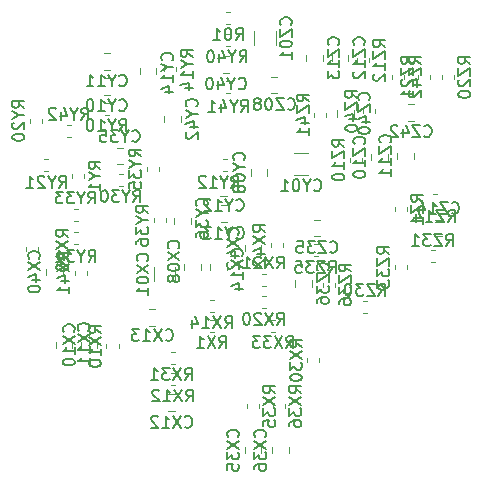
<source format=gbr>
G04 #@! TF.GenerationSoftware,KiCad,Pcbnew,5.1.4-3.fc30*
G04 #@! TF.CreationDate,2019-10-21T10:57:03+02:00*
G04 #@! TF.ProjectId,CarteScreening,43617274-6553-4637-9265-656e696e672e,rev?*
G04 #@! TF.SameCoordinates,Original*
G04 #@! TF.FileFunction,Legend,Bot*
G04 #@! TF.FilePolarity,Positive*
%FSLAX46Y46*%
G04 Gerber Fmt 4.6, Leading zero omitted, Abs format (unit mm)*
G04 Created by KiCad (PCBNEW 5.1.4-3.fc30) date 2019-10-21 10:57:03*
%MOMM*%
%LPD*%
G04 APERTURE LIST*
%ADD10C,0.120000*%
%ADD11C,0.150000*%
G04 APERTURE END LIST*
D10*
X143538748Y-92890000D02*
X144061252Y-92890000D01*
X143538748Y-94310000D02*
X144061252Y-94310000D01*
X165710000Y-65828733D02*
X165710000Y-66171267D01*
X164690000Y-65828733D02*
X164690000Y-66171267D01*
X133028733Y-72990000D02*
X133371267Y-72990000D01*
X133028733Y-74010000D02*
X133371267Y-74010000D01*
X151771267Y-83710000D02*
X151428733Y-83710000D01*
X151771267Y-82690000D02*
X151428733Y-82690000D01*
X150790000Y-63314564D02*
X150790000Y-62110436D01*
X152610000Y-63314564D02*
X152610000Y-62110436D01*
X154185436Y-72490000D02*
X155389564Y-72490000D01*
X154185436Y-74310000D02*
X155389564Y-74310000D01*
X144110000Y-82097936D02*
X144110000Y-83302064D01*
X142290000Y-82097936D02*
X142290000Y-83302064D01*
X162490000Y-66171267D02*
X162490000Y-65828733D01*
X163510000Y-66171267D02*
X163510000Y-65828733D01*
X156910000Y-69028733D02*
X156910000Y-69371267D01*
X155890000Y-69028733D02*
X155890000Y-69371267D01*
X161010000Y-68728733D02*
X161010000Y-69071267D01*
X159990000Y-68728733D02*
X159990000Y-69071267D01*
X156590000Y-83771267D02*
X156590000Y-83428733D01*
X157610000Y-83771267D02*
X157610000Y-83428733D01*
X155828733Y-80190000D02*
X156171267Y-80190000D01*
X155828733Y-81210000D02*
X156171267Y-81210000D01*
X163710000Y-81928733D02*
X163710000Y-82271267D01*
X162690000Y-81928733D02*
X162690000Y-82271267D01*
X165728733Y-80690000D02*
X166071267Y-80690000D01*
X165728733Y-81710000D02*
X166071267Y-81710000D01*
X160371267Y-86010000D02*
X160028733Y-86010000D01*
X160371267Y-84990000D02*
X160028733Y-84990000D01*
X166690000Y-66196267D02*
X166690000Y-65853733D01*
X167710000Y-66196267D02*
X167710000Y-65853733D01*
X165928733Y-75890000D02*
X166271267Y-75890000D01*
X165928733Y-76910000D02*
X166271267Y-76910000D01*
X159490000Y-64771267D02*
X159490000Y-64428733D01*
X160510000Y-64771267D02*
X160510000Y-64428733D01*
X159910000Y-72853733D02*
X159910000Y-73196267D01*
X158890000Y-72853733D02*
X158890000Y-73196267D01*
X162690000Y-77371267D02*
X162690000Y-77028733D01*
X163710000Y-77371267D02*
X163710000Y-77028733D01*
X135271267Y-71110000D02*
X134928733Y-71110000D01*
X135271267Y-70090000D02*
X134928733Y-70090000D01*
X148771267Y-67410000D02*
X148428733Y-67410000D01*
X148771267Y-66390000D02*
X148428733Y-66390000D01*
X148771267Y-63410000D02*
X148428733Y-63410000D01*
X148771267Y-62390000D02*
X148428733Y-62390000D01*
X143310000Y-77928733D02*
X143310000Y-78271267D01*
X142290000Y-77928733D02*
X142290000Y-78271267D01*
X142710000Y-73628733D02*
X142710000Y-73971267D01*
X141690000Y-73628733D02*
X141690000Y-73971267D01*
X135846267Y-78210000D02*
X135503733Y-78210000D01*
X135846267Y-77190000D02*
X135503733Y-77190000D01*
X135881267Y-80120000D02*
X135538733Y-80120000D01*
X135881267Y-79100000D02*
X135538733Y-79100000D01*
X139328733Y-74190000D02*
X139671267Y-74190000D01*
X139328733Y-75210000D02*
X139671267Y-75210000D01*
X132810000Y-69528733D02*
X132810000Y-69871267D01*
X131790000Y-69528733D02*
X131790000Y-69871267D01*
X143190000Y-65537267D02*
X143190000Y-65194733D01*
X144210000Y-65537267D02*
X144210000Y-65194733D01*
X148128733Y-72990000D02*
X148471267Y-72990000D01*
X148128733Y-74010000D02*
X148471267Y-74010000D01*
X138128733Y-68190000D02*
X138471267Y-68190000D01*
X138128733Y-69210000D02*
X138471267Y-69210000D01*
X135390000Y-74571267D02*
X135390000Y-74228733D01*
X136410000Y-74571267D02*
X136410000Y-74228733D01*
X153210000Y-80103733D02*
X153210000Y-80446267D01*
X152190000Y-80103733D02*
X152190000Y-80446267D01*
X136610000Y-82428733D02*
X136610000Y-82771267D01*
X135590000Y-82428733D02*
X135590000Y-82771267D01*
X131490000Y-80746267D02*
X131490000Y-80403733D01*
X132510000Y-80746267D02*
X132510000Y-80403733D01*
X152390000Y-94071267D02*
X152390000Y-93728733D01*
X153410000Y-94071267D02*
X153410000Y-93728733D01*
X150190000Y-94071267D02*
X150190000Y-93728733D01*
X151210000Y-94071267D02*
X151210000Y-93728733D01*
X152228733Y-86590000D02*
X152571267Y-86590000D01*
X152228733Y-87610000D02*
X152571267Y-87610000D01*
X144071267Y-90310000D02*
X143728733Y-90310000D01*
X144071267Y-89290000D02*
X143728733Y-89290000D01*
X156310000Y-89828733D02*
X156310000Y-90171267D01*
X155290000Y-89828733D02*
X155290000Y-90171267D01*
X151428733Y-84590000D02*
X151771267Y-84590000D01*
X151428733Y-85610000D02*
X151771267Y-85610000D01*
X147028733Y-84890000D02*
X147371267Y-84890000D01*
X147028733Y-85910000D02*
X147371267Y-85910000D01*
X143728733Y-91090000D02*
X144071267Y-91090000D01*
X143728733Y-92110000D02*
X144071267Y-92110000D01*
X139310000Y-88628733D02*
X139310000Y-88971267D01*
X138290000Y-88628733D02*
X138290000Y-88971267D01*
X147371267Y-87610000D02*
X147028733Y-87610000D01*
X147371267Y-86590000D02*
X147028733Y-86590000D01*
X148428733Y-60490000D02*
X148771267Y-60490000D01*
X148428733Y-61510000D02*
X148771267Y-61510000D01*
X163813748Y-68290000D02*
X164336252Y-68290000D01*
X163813748Y-69710000D02*
X164336252Y-69710000D01*
X157790000Y-69361252D02*
X157790000Y-68838748D01*
X159210000Y-69361252D02*
X159210000Y-68838748D01*
X154290000Y-83761252D02*
X154290000Y-83238748D01*
X155710000Y-83761252D02*
X155710000Y-83238748D01*
X155838748Y-78090000D02*
X156361252Y-78090000D01*
X155838748Y-79510000D02*
X156361252Y-79510000D01*
X166661252Y-79510000D02*
X166138748Y-79510000D01*
X166661252Y-78090000D02*
X166138748Y-78090000D01*
X155190000Y-64661252D02*
X155190000Y-64138748D01*
X156610000Y-64661252D02*
X156610000Y-64138748D01*
X157350000Y-64661252D02*
X157350000Y-64138748D01*
X158770000Y-64661252D02*
X158770000Y-64138748D01*
X164310000Y-72413748D02*
X164310000Y-72936252D01*
X162890000Y-72413748D02*
X162890000Y-72936252D01*
X162110000Y-72538748D02*
X162110000Y-73061252D01*
X160690000Y-72538748D02*
X160690000Y-73061252D01*
X152238748Y-65990000D02*
X152761252Y-65990000D01*
X152238748Y-67410000D02*
X152761252Y-67410000D01*
X143190000Y-69836252D02*
X143190000Y-69313748D01*
X144610000Y-69836252D02*
X144610000Y-69313748D01*
X148154748Y-64248000D02*
X148677252Y-64248000D01*
X148154748Y-65668000D02*
X148677252Y-65668000D01*
X145410000Y-77938748D02*
X145410000Y-78461252D01*
X143990000Y-77938748D02*
X143990000Y-78461252D01*
X139661252Y-73410000D02*
X139138748Y-73410000D01*
X139661252Y-71990000D02*
X139138748Y-71990000D01*
X142510000Y-65238748D02*
X142510000Y-65761252D01*
X141090000Y-65238748D02*
X141090000Y-65761252D01*
X147963748Y-76890000D02*
X148486252Y-76890000D01*
X147963748Y-78310000D02*
X148486252Y-78310000D01*
X147938748Y-74690000D02*
X148461252Y-74690000D01*
X147938748Y-76110000D02*
X148461252Y-76110000D01*
X138038748Y-63990000D02*
X138561252Y-63990000D01*
X138038748Y-65410000D02*
X138561252Y-65410000D01*
X138038748Y-66090000D02*
X138561252Y-66090000D01*
X138038748Y-67510000D02*
X138561252Y-67510000D01*
X151910000Y-73838748D02*
X151910000Y-74361252D01*
X150490000Y-73838748D02*
X150490000Y-74361252D01*
X151410000Y-80238748D02*
X151410000Y-80761252D01*
X149990000Y-80238748D02*
X149990000Y-80761252D01*
X133190000Y-82761252D02*
X133190000Y-82238748D01*
X134610000Y-82761252D02*
X134610000Y-82238748D01*
X153710000Y-97338748D02*
X153710000Y-97861252D01*
X152290000Y-97338748D02*
X152290000Y-97861252D01*
X151410000Y-97338748D02*
X151410000Y-97861252D01*
X149990000Y-97338748D02*
X149990000Y-97861252D01*
X147090000Y-82361252D02*
X147090000Y-81838748D01*
X148510000Y-82361252D02*
X148510000Y-81838748D01*
X141913748Y-85690000D02*
X142436252Y-85690000D01*
X141913748Y-87110000D02*
X142436252Y-87110000D01*
X135410000Y-88438748D02*
X135410000Y-88961252D01*
X133990000Y-88438748D02*
X133990000Y-88961252D01*
X137510000Y-88438748D02*
X137510000Y-88961252D01*
X136090000Y-88438748D02*
X136090000Y-88961252D01*
X146310000Y-81838748D02*
X146310000Y-82361252D01*
X144890000Y-81838748D02*
X144890000Y-82361252D01*
D11*
X144919047Y-95607142D02*
X144966666Y-95654761D01*
X145109523Y-95702380D01*
X145204761Y-95702380D01*
X145347619Y-95654761D01*
X145442857Y-95559523D01*
X145490476Y-95464285D01*
X145538095Y-95273809D01*
X145538095Y-95130952D01*
X145490476Y-94940476D01*
X145442857Y-94845238D01*
X145347619Y-94750000D01*
X145204761Y-94702380D01*
X145109523Y-94702380D01*
X144966666Y-94750000D01*
X144919047Y-94797619D01*
X144585714Y-94702380D02*
X143919047Y-95702380D01*
X143919047Y-94702380D02*
X144585714Y-95702380D01*
X143014285Y-95702380D02*
X143585714Y-95702380D01*
X143300000Y-95702380D02*
X143300000Y-94702380D01*
X143395238Y-94845238D01*
X143490476Y-94940476D01*
X143585714Y-94988095D01*
X142633333Y-94797619D02*
X142585714Y-94750000D01*
X142490476Y-94702380D01*
X142252380Y-94702380D01*
X142157142Y-94750000D01*
X142109523Y-94797619D01*
X142061904Y-94892857D01*
X142061904Y-94988095D01*
X142109523Y-95130952D01*
X142680952Y-95702380D01*
X142061904Y-95702380D01*
X164222380Y-64880952D02*
X163746190Y-64547619D01*
X164222380Y-64309523D02*
X163222380Y-64309523D01*
X163222380Y-64690476D01*
X163270000Y-64785714D01*
X163317619Y-64833333D01*
X163412857Y-64880952D01*
X163555714Y-64880952D01*
X163650952Y-64833333D01*
X163698571Y-64785714D01*
X163746190Y-64690476D01*
X163746190Y-64309523D01*
X163222380Y-65214285D02*
X163222380Y-65880952D01*
X164222380Y-65214285D01*
X164222380Y-65880952D01*
X163317619Y-66214285D02*
X163270000Y-66261904D01*
X163222380Y-66357142D01*
X163222380Y-66595238D01*
X163270000Y-66690476D01*
X163317619Y-66738095D01*
X163412857Y-66785714D01*
X163508095Y-66785714D01*
X163650952Y-66738095D01*
X164222380Y-66166666D01*
X164222380Y-66785714D01*
X164222380Y-67738095D02*
X164222380Y-67166666D01*
X164222380Y-67452380D02*
X163222380Y-67452380D01*
X163365238Y-67357142D01*
X163460476Y-67261904D01*
X163508095Y-67166666D01*
X134271428Y-75382380D02*
X134604761Y-74906190D01*
X134842857Y-75382380D02*
X134842857Y-74382380D01*
X134461904Y-74382380D01*
X134366666Y-74430000D01*
X134319047Y-74477619D01*
X134271428Y-74572857D01*
X134271428Y-74715714D01*
X134319047Y-74810952D01*
X134366666Y-74858571D01*
X134461904Y-74906190D01*
X134842857Y-74906190D01*
X133652380Y-74906190D02*
X133652380Y-75382380D01*
X133985714Y-74382380D02*
X133652380Y-74906190D01*
X133319047Y-74382380D01*
X133033333Y-74477619D02*
X132985714Y-74430000D01*
X132890476Y-74382380D01*
X132652380Y-74382380D01*
X132557142Y-74430000D01*
X132509523Y-74477619D01*
X132461904Y-74572857D01*
X132461904Y-74668095D01*
X132509523Y-74810952D01*
X133080952Y-75382380D01*
X132461904Y-75382380D01*
X131509523Y-75382380D02*
X132080952Y-75382380D01*
X131795238Y-75382380D02*
X131795238Y-74382380D01*
X131890476Y-74525238D01*
X131985714Y-74620476D01*
X132080952Y-74668095D01*
X152719047Y-82222380D02*
X153052380Y-81746190D01*
X153290476Y-82222380D02*
X153290476Y-81222380D01*
X152909523Y-81222380D01*
X152814285Y-81270000D01*
X152766666Y-81317619D01*
X152719047Y-81412857D01*
X152719047Y-81555714D01*
X152766666Y-81650952D01*
X152814285Y-81698571D01*
X152909523Y-81746190D01*
X153290476Y-81746190D01*
X152385714Y-81222380D02*
X151719047Y-82222380D01*
X151719047Y-81222380D02*
X152385714Y-82222380D01*
X151385714Y-81317619D02*
X151338095Y-81270000D01*
X151242857Y-81222380D01*
X151004761Y-81222380D01*
X150909523Y-81270000D01*
X150861904Y-81317619D01*
X150814285Y-81412857D01*
X150814285Y-81508095D01*
X150861904Y-81650952D01*
X151433333Y-82222380D01*
X150814285Y-82222380D01*
X149861904Y-82222380D02*
X150433333Y-82222380D01*
X150147619Y-82222380D02*
X150147619Y-81222380D01*
X150242857Y-81365238D01*
X150338095Y-81460476D01*
X150433333Y-81508095D01*
X153877142Y-61593452D02*
X153924761Y-61545833D01*
X153972380Y-61402976D01*
X153972380Y-61307738D01*
X153924761Y-61164880D01*
X153829523Y-61069642D01*
X153734285Y-61022023D01*
X153543809Y-60974404D01*
X153400952Y-60974404D01*
X153210476Y-61022023D01*
X153115238Y-61069642D01*
X153020000Y-61164880D01*
X152972380Y-61307738D01*
X152972380Y-61402976D01*
X153020000Y-61545833D01*
X153067619Y-61593452D01*
X152972380Y-61926785D02*
X152972380Y-62593452D01*
X153972380Y-61926785D01*
X153972380Y-62593452D01*
X152972380Y-63164880D02*
X152972380Y-63260119D01*
X153020000Y-63355357D01*
X153067619Y-63402976D01*
X153162857Y-63450595D01*
X153353333Y-63498214D01*
X153591428Y-63498214D01*
X153781904Y-63450595D01*
X153877142Y-63402976D01*
X153924761Y-63355357D01*
X153972380Y-63260119D01*
X153972380Y-63164880D01*
X153924761Y-63069642D01*
X153877142Y-63022023D01*
X153781904Y-62974404D01*
X153591428Y-62926785D01*
X153353333Y-62926785D01*
X153162857Y-62974404D01*
X153067619Y-63022023D01*
X153020000Y-63069642D01*
X152972380Y-63164880D01*
X153972380Y-64450595D02*
X153972380Y-63879166D01*
X153972380Y-64164880D02*
X152972380Y-64164880D01*
X153115238Y-64069642D01*
X153210476Y-63974404D01*
X153258095Y-63879166D01*
X155858928Y-75577142D02*
X155906547Y-75624761D01*
X156049404Y-75672380D01*
X156144642Y-75672380D01*
X156287500Y-75624761D01*
X156382738Y-75529523D01*
X156430357Y-75434285D01*
X156477976Y-75243809D01*
X156477976Y-75100952D01*
X156430357Y-74910476D01*
X156382738Y-74815238D01*
X156287500Y-74720000D01*
X156144642Y-74672380D01*
X156049404Y-74672380D01*
X155906547Y-74720000D01*
X155858928Y-74767619D01*
X155239880Y-75196190D02*
X155239880Y-75672380D01*
X155573214Y-74672380D02*
X155239880Y-75196190D01*
X154906547Y-74672380D01*
X154382738Y-74672380D02*
X154287500Y-74672380D01*
X154192261Y-74720000D01*
X154144642Y-74767619D01*
X154097023Y-74862857D01*
X154049404Y-75053333D01*
X154049404Y-75291428D01*
X154097023Y-75481904D01*
X154144642Y-75577142D01*
X154192261Y-75624761D01*
X154287500Y-75672380D01*
X154382738Y-75672380D01*
X154477976Y-75624761D01*
X154525595Y-75577142D01*
X154573214Y-75481904D01*
X154620833Y-75291428D01*
X154620833Y-75053333D01*
X154573214Y-74862857D01*
X154525595Y-74767619D01*
X154477976Y-74720000D01*
X154382738Y-74672380D01*
X153097023Y-75672380D02*
X153668452Y-75672380D01*
X153382738Y-75672380D02*
X153382738Y-74672380D01*
X153477976Y-74815238D01*
X153573214Y-74910476D01*
X153668452Y-74958095D01*
X141737142Y-81580952D02*
X141784761Y-81533333D01*
X141832380Y-81390476D01*
X141832380Y-81295238D01*
X141784761Y-81152380D01*
X141689523Y-81057142D01*
X141594285Y-81009523D01*
X141403809Y-80961904D01*
X141260952Y-80961904D01*
X141070476Y-81009523D01*
X140975238Y-81057142D01*
X140880000Y-81152380D01*
X140832380Y-81295238D01*
X140832380Y-81390476D01*
X140880000Y-81533333D01*
X140927619Y-81580952D01*
X140832380Y-81914285D02*
X141832380Y-82580952D01*
X140832380Y-82580952D02*
X141832380Y-81914285D01*
X140832380Y-83152380D02*
X140832380Y-83247619D01*
X140880000Y-83342857D01*
X140927619Y-83390476D01*
X141022857Y-83438095D01*
X141213333Y-83485714D01*
X141451428Y-83485714D01*
X141641904Y-83438095D01*
X141737142Y-83390476D01*
X141784761Y-83342857D01*
X141832380Y-83247619D01*
X141832380Y-83152380D01*
X141784761Y-83057142D01*
X141737142Y-83009523D01*
X141641904Y-82961904D01*
X141451428Y-82914285D01*
X141213333Y-82914285D01*
X141022857Y-82961904D01*
X140927619Y-83009523D01*
X140880000Y-83057142D01*
X140832380Y-83152380D01*
X141832380Y-84438095D02*
X141832380Y-83866666D01*
X141832380Y-84152380D02*
X140832380Y-84152380D01*
X140975238Y-84057142D01*
X141070476Y-83961904D01*
X141118095Y-83866666D01*
X164882380Y-64880952D02*
X164406190Y-64547619D01*
X164882380Y-64309523D02*
X163882380Y-64309523D01*
X163882380Y-64690476D01*
X163930000Y-64785714D01*
X163977619Y-64833333D01*
X164072857Y-64880952D01*
X164215714Y-64880952D01*
X164310952Y-64833333D01*
X164358571Y-64785714D01*
X164406190Y-64690476D01*
X164406190Y-64309523D01*
X163882380Y-65214285D02*
X163882380Y-65880952D01*
X164882380Y-65214285D01*
X164882380Y-65880952D01*
X164215714Y-66690476D02*
X164882380Y-66690476D01*
X163834761Y-66452380D02*
X164549047Y-66214285D01*
X164549047Y-66833333D01*
X163977619Y-67166666D02*
X163930000Y-67214285D01*
X163882380Y-67309523D01*
X163882380Y-67547619D01*
X163930000Y-67642857D01*
X163977619Y-67690476D01*
X164072857Y-67738095D01*
X164168095Y-67738095D01*
X164310952Y-67690476D01*
X164882380Y-67119047D01*
X164882380Y-67738095D01*
X155422380Y-68080952D02*
X154946190Y-67747619D01*
X155422380Y-67509523D02*
X154422380Y-67509523D01*
X154422380Y-67890476D01*
X154470000Y-67985714D01*
X154517619Y-68033333D01*
X154612857Y-68080952D01*
X154755714Y-68080952D01*
X154850952Y-68033333D01*
X154898571Y-67985714D01*
X154946190Y-67890476D01*
X154946190Y-67509523D01*
X154422380Y-68414285D02*
X154422380Y-69080952D01*
X155422380Y-68414285D01*
X155422380Y-69080952D01*
X154755714Y-69890476D02*
X155422380Y-69890476D01*
X154374761Y-69652380D02*
X155089047Y-69414285D01*
X155089047Y-70033333D01*
X155422380Y-70938095D02*
X155422380Y-70366666D01*
X155422380Y-70652380D02*
X154422380Y-70652380D01*
X154565238Y-70557142D01*
X154660476Y-70461904D01*
X154708095Y-70366666D01*
X159522380Y-67780952D02*
X159046190Y-67447619D01*
X159522380Y-67209523D02*
X158522380Y-67209523D01*
X158522380Y-67590476D01*
X158570000Y-67685714D01*
X158617619Y-67733333D01*
X158712857Y-67780952D01*
X158855714Y-67780952D01*
X158950952Y-67733333D01*
X158998571Y-67685714D01*
X159046190Y-67590476D01*
X159046190Y-67209523D01*
X158522380Y-68114285D02*
X158522380Y-68780952D01*
X159522380Y-68114285D01*
X159522380Y-68780952D01*
X158855714Y-69590476D02*
X159522380Y-69590476D01*
X158474761Y-69352380D02*
X159189047Y-69114285D01*
X159189047Y-69733333D01*
X158522380Y-70304761D02*
X158522380Y-70400000D01*
X158570000Y-70495238D01*
X158617619Y-70542857D01*
X158712857Y-70590476D01*
X158903333Y-70638095D01*
X159141428Y-70638095D01*
X159331904Y-70590476D01*
X159427142Y-70542857D01*
X159474761Y-70495238D01*
X159522380Y-70400000D01*
X159522380Y-70304761D01*
X159474761Y-70209523D01*
X159427142Y-70161904D01*
X159331904Y-70114285D01*
X159141428Y-70066666D01*
X158903333Y-70066666D01*
X158712857Y-70114285D01*
X158617619Y-70161904D01*
X158570000Y-70209523D01*
X158522380Y-70304761D01*
X158982380Y-82480952D02*
X158506190Y-82147619D01*
X158982380Y-81909523D02*
X157982380Y-81909523D01*
X157982380Y-82290476D01*
X158030000Y-82385714D01*
X158077619Y-82433333D01*
X158172857Y-82480952D01*
X158315714Y-82480952D01*
X158410952Y-82433333D01*
X158458571Y-82385714D01*
X158506190Y-82290476D01*
X158506190Y-81909523D01*
X157982380Y-82814285D02*
X157982380Y-83480952D01*
X158982380Y-82814285D01*
X158982380Y-83480952D01*
X157982380Y-83766666D02*
X157982380Y-84385714D01*
X158363333Y-84052380D01*
X158363333Y-84195238D01*
X158410952Y-84290476D01*
X158458571Y-84338095D01*
X158553809Y-84385714D01*
X158791904Y-84385714D01*
X158887142Y-84338095D01*
X158934761Y-84290476D01*
X158982380Y-84195238D01*
X158982380Y-83909523D01*
X158934761Y-83814285D01*
X158887142Y-83766666D01*
X157982380Y-85242857D02*
X157982380Y-85052380D01*
X158030000Y-84957142D01*
X158077619Y-84909523D01*
X158220476Y-84814285D01*
X158410952Y-84766666D01*
X158791904Y-84766666D01*
X158887142Y-84814285D01*
X158934761Y-84861904D01*
X158982380Y-84957142D01*
X158982380Y-85147619D01*
X158934761Y-85242857D01*
X158887142Y-85290476D01*
X158791904Y-85338095D01*
X158553809Y-85338095D01*
X158458571Y-85290476D01*
X158410952Y-85242857D01*
X158363333Y-85147619D01*
X158363333Y-84957142D01*
X158410952Y-84861904D01*
X158458571Y-84814285D01*
X158553809Y-84766666D01*
X157119047Y-82582380D02*
X157452380Y-82106190D01*
X157690476Y-82582380D02*
X157690476Y-81582380D01*
X157309523Y-81582380D01*
X157214285Y-81630000D01*
X157166666Y-81677619D01*
X157119047Y-81772857D01*
X157119047Y-81915714D01*
X157166666Y-82010952D01*
X157214285Y-82058571D01*
X157309523Y-82106190D01*
X157690476Y-82106190D01*
X156785714Y-81582380D02*
X156119047Y-81582380D01*
X156785714Y-82582380D01*
X156119047Y-82582380D01*
X155833333Y-81582380D02*
X155214285Y-81582380D01*
X155547619Y-81963333D01*
X155404761Y-81963333D01*
X155309523Y-82010952D01*
X155261904Y-82058571D01*
X155214285Y-82153809D01*
X155214285Y-82391904D01*
X155261904Y-82487142D01*
X155309523Y-82534761D01*
X155404761Y-82582380D01*
X155690476Y-82582380D01*
X155785714Y-82534761D01*
X155833333Y-82487142D01*
X154309523Y-81582380D02*
X154785714Y-81582380D01*
X154833333Y-82058571D01*
X154785714Y-82010952D01*
X154690476Y-81963333D01*
X154452380Y-81963333D01*
X154357142Y-82010952D01*
X154309523Y-82058571D01*
X154261904Y-82153809D01*
X154261904Y-82391904D01*
X154309523Y-82487142D01*
X154357142Y-82534761D01*
X154452380Y-82582380D01*
X154690476Y-82582380D01*
X154785714Y-82534761D01*
X154833333Y-82487142D01*
X162222380Y-80980952D02*
X161746190Y-80647619D01*
X162222380Y-80409523D02*
X161222380Y-80409523D01*
X161222380Y-80790476D01*
X161270000Y-80885714D01*
X161317619Y-80933333D01*
X161412857Y-80980952D01*
X161555714Y-80980952D01*
X161650952Y-80933333D01*
X161698571Y-80885714D01*
X161746190Y-80790476D01*
X161746190Y-80409523D01*
X161222380Y-81314285D02*
X161222380Y-81980952D01*
X162222380Y-81314285D01*
X162222380Y-81980952D01*
X161222380Y-82266666D02*
X161222380Y-82885714D01*
X161603333Y-82552380D01*
X161603333Y-82695238D01*
X161650952Y-82790476D01*
X161698571Y-82838095D01*
X161793809Y-82885714D01*
X162031904Y-82885714D01*
X162127142Y-82838095D01*
X162174761Y-82790476D01*
X162222380Y-82695238D01*
X162222380Y-82409523D01*
X162174761Y-82314285D01*
X162127142Y-82266666D01*
X161222380Y-83219047D02*
X161222380Y-83838095D01*
X161603333Y-83504761D01*
X161603333Y-83647619D01*
X161650952Y-83742857D01*
X161698571Y-83790476D01*
X161793809Y-83838095D01*
X162031904Y-83838095D01*
X162127142Y-83790476D01*
X162174761Y-83742857D01*
X162222380Y-83647619D01*
X162222380Y-83361904D01*
X162174761Y-83266666D01*
X162127142Y-83219047D01*
X167019047Y-80312380D02*
X167352380Y-79836190D01*
X167590476Y-80312380D02*
X167590476Y-79312380D01*
X167209523Y-79312380D01*
X167114285Y-79360000D01*
X167066666Y-79407619D01*
X167019047Y-79502857D01*
X167019047Y-79645714D01*
X167066666Y-79740952D01*
X167114285Y-79788571D01*
X167209523Y-79836190D01*
X167590476Y-79836190D01*
X166685714Y-79312380D02*
X166019047Y-79312380D01*
X166685714Y-80312380D01*
X166019047Y-80312380D01*
X165733333Y-79312380D02*
X165114285Y-79312380D01*
X165447619Y-79693333D01*
X165304761Y-79693333D01*
X165209523Y-79740952D01*
X165161904Y-79788571D01*
X165114285Y-79883809D01*
X165114285Y-80121904D01*
X165161904Y-80217142D01*
X165209523Y-80264761D01*
X165304761Y-80312380D01*
X165590476Y-80312380D01*
X165685714Y-80264761D01*
X165733333Y-80217142D01*
X164161904Y-80312380D02*
X164733333Y-80312380D01*
X164447619Y-80312380D02*
X164447619Y-79312380D01*
X164542857Y-79455238D01*
X164638095Y-79550476D01*
X164733333Y-79598095D01*
X161319047Y-84522380D02*
X161652380Y-84046190D01*
X161890476Y-84522380D02*
X161890476Y-83522380D01*
X161509523Y-83522380D01*
X161414285Y-83570000D01*
X161366666Y-83617619D01*
X161319047Y-83712857D01*
X161319047Y-83855714D01*
X161366666Y-83950952D01*
X161414285Y-83998571D01*
X161509523Y-84046190D01*
X161890476Y-84046190D01*
X160985714Y-83522380D02*
X160319047Y-83522380D01*
X160985714Y-84522380D01*
X160319047Y-84522380D01*
X160033333Y-83522380D02*
X159414285Y-83522380D01*
X159747619Y-83903333D01*
X159604761Y-83903333D01*
X159509523Y-83950952D01*
X159461904Y-83998571D01*
X159414285Y-84093809D01*
X159414285Y-84331904D01*
X159461904Y-84427142D01*
X159509523Y-84474761D01*
X159604761Y-84522380D01*
X159890476Y-84522380D01*
X159985714Y-84474761D01*
X160033333Y-84427142D01*
X158795238Y-83522380D02*
X158700000Y-83522380D01*
X158604761Y-83570000D01*
X158557142Y-83617619D01*
X158509523Y-83712857D01*
X158461904Y-83903333D01*
X158461904Y-84141428D01*
X158509523Y-84331904D01*
X158557142Y-84427142D01*
X158604761Y-84474761D01*
X158700000Y-84522380D01*
X158795238Y-84522380D01*
X158890476Y-84474761D01*
X158938095Y-84427142D01*
X158985714Y-84331904D01*
X159033333Y-84141428D01*
X159033333Y-83903333D01*
X158985714Y-83712857D01*
X158938095Y-83617619D01*
X158890476Y-83570000D01*
X158795238Y-83522380D01*
X169082380Y-64905952D02*
X168606190Y-64572619D01*
X169082380Y-64334523D02*
X168082380Y-64334523D01*
X168082380Y-64715476D01*
X168130000Y-64810714D01*
X168177619Y-64858333D01*
X168272857Y-64905952D01*
X168415714Y-64905952D01*
X168510952Y-64858333D01*
X168558571Y-64810714D01*
X168606190Y-64715476D01*
X168606190Y-64334523D01*
X168082380Y-65239285D02*
X168082380Y-65905952D01*
X169082380Y-65239285D01*
X169082380Y-65905952D01*
X168177619Y-66239285D02*
X168130000Y-66286904D01*
X168082380Y-66382142D01*
X168082380Y-66620238D01*
X168130000Y-66715476D01*
X168177619Y-66763095D01*
X168272857Y-66810714D01*
X168368095Y-66810714D01*
X168510952Y-66763095D01*
X169082380Y-66191666D01*
X169082380Y-66810714D01*
X168082380Y-67429761D02*
X168082380Y-67525000D01*
X168130000Y-67620238D01*
X168177619Y-67667857D01*
X168272857Y-67715476D01*
X168463333Y-67763095D01*
X168701428Y-67763095D01*
X168891904Y-67715476D01*
X168987142Y-67667857D01*
X169034761Y-67620238D01*
X169082380Y-67525000D01*
X169082380Y-67429761D01*
X169034761Y-67334523D01*
X168987142Y-67286904D01*
X168891904Y-67239285D01*
X168701428Y-67191666D01*
X168463333Y-67191666D01*
X168272857Y-67239285D01*
X168177619Y-67286904D01*
X168130000Y-67334523D01*
X168082380Y-67429761D01*
X167219047Y-78282380D02*
X167552380Y-77806190D01*
X167790476Y-78282380D02*
X167790476Y-77282380D01*
X167409523Y-77282380D01*
X167314285Y-77330000D01*
X167266666Y-77377619D01*
X167219047Y-77472857D01*
X167219047Y-77615714D01*
X167266666Y-77710952D01*
X167314285Y-77758571D01*
X167409523Y-77806190D01*
X167790476Y-77806190D01*
X166885714Y-77282380D02*
X166219047Y-77282380D01*
X166885714Y-78282380D01*
X166219047Y-78282380D01*
X165314285Y-78282380D02*
X165885714Y-78282380D01*
X165600000Y-78282380D02*
X165600000Y-77282380D01*
X165695238Y-77425238D01*
X165790476Y-77520476D01*
X165885714Y-77568095D01*
X164457142Y-77615714D02*
X164457142Y-78282380D01*
X164695238Y-77234761D02*
X164933333Y-77949047D01*
X164314285Y-77949047D01*
X161882380Y-63480952D02*
X161406190Y-63147619D01*
X161882380Y-62909523D02*
X160882380Y-62909523D01*
X160882380Y-63290476D01*
X160930000Y-63385714D01*
X160977619Y-63433333D01*
X161072857Y-63480952D01*
X161215714Y-63480952D01*
X161310952Y-63433333D01*
X161358571Y-63385714D01*
X161406190Y-63290476D01*
X161406190Y-62909523D01*
X160882380Y-63814285D02*
X160882380Y-64480952D01*
X161882380Y-63814285D01*
X161882380Y-64480952D01*
X161882380Y-65385714D02*
X161882380Y-64814285D01*
X161882380Y-65100000D02*
X160882380Y-65100000D01*
X161025238Y-65004761D01*
X161120476Y-64909523D01*
X161168095Y-64814285D01*
X160977619Y-65766666D02*
X160930000Y-65814285D01*
X160882380Y-65909523D01*
X160882380Y-66147619D01*
X160930000Y-66242857D01*
X160977619Y-66290476D01*
X161072857Y-66338095D01*
X161168095Y-66338095D01*
X161310952Y-66290476D01*
X161882380Y-65719047D01*
X161882380Y-66338095D01*
X158422380Y-71905952D02*
X157946190Y-71572619D01*
X158422380Y-71334523D02*
X157422380Y-71334523D01*
X157422380Y-71715476D01*
X157470000Y-71810714D01*
X157517619Y-71858333D01*
X157612857Y-71905952D01*
X157755714Y-71905952D01*
X157850952Y-71858333D01*
X157898571Y-71810714D01*
X157946190Y-71715476D01*
X157946190Y-71334523D01*
X157422380Y-72239285D02*
X157422380Y-72905952D01*
X158422380Y-72239285D01*
X158422380Y-72905952D01*
X158422380Y-73810714D02*
X158422380Y-73239285D01*
X158422380Y-73525000D02*
X157422380Y-73525000D01*
X157565238Y-73429761D01*
X157660476Y-73334523D01*
X157708095Y-73239285D01*
X157422380Y-74429761D02*
X157422380Y-74525000D01*
X157470000Y-74620238D01*
X157517619Y-74667857D01*
X157612857Y-74715476D01*
X157803333Y-74763095D01*
X158041428Y-74763095D01*
X158231904Y-74715476D01*
X158327142Y-74667857D01*
X158374761Y-74620238D01*
X158422380Y-74525000D01*
X158422380Y-74429761D01*
X158374761Y-74334523D01*
X158327142Y-74286904D01*
X158231904Y-74239285D01*
X158041428Y-74191666D01*
X157803333Y-74191666D01*
X157612857Y-74239285D01*
X157517619Y-74286904D01*
X157470000Y-74334523D01*
X157422380Y-74429761D01*
X165082380Y-76557142D02*
X164606190Y-76223809D01*
X165082380Y-75985714D02*
X164082380Y-75985714D01*
X164082380Y-76366666D01*
X164130000Y-76461904D01*
X164177619Y-76509523D01*
X164272857Y-76557142D01*
X164415714Y-76557142D01*
X164510952Y-76509523D01*
X164558571Y-76461904D01*
X164606190Y-76366666D01*
X164606190Y-75985714D01*
X164082380Y-76890476D02*
X164082380Y-77557142D01*
X165082380Y-76890476D01*
X165082380Y-77557142D01*
X165082380Y-78461904D02*
X165082380Y-77890476D01*
X165082380Y-78176190D02*
X164082380Y-78176190D01*
X164225238Y-78080952D01*
X164320476Y-77985714D01*
X164368095Y-77890476D01*
X136171428Y-69622380D02*
X136504761Y-69146190D01*
X136742857Y-69622380D02*
X136742857Y-68622380D01*
X136361904Y-68622380D01*
X136266666Y-68670000D01*
X136219047Y-68717619D01*
X136171428Y-68812857D01*
X136171428Y-68955714D01*
X136219047Y-69050952D01*
X136266666Y-69098571D01*
X136361904Y-69146190D01*
X136742857Y-69146190D01*
X135552380Y-69146190D02*
X135552380Y-69622380D01*
X135885714Y-68622380D02*
X135552380Y-69146190D01*
X135219047Y-68622380D01*
X134457142Y-68955714D02*
X134457142Y-69622380D01*
X134695238Y-68574761D02*
X134933333Y-69289047D01*
X134314285Y-69289047D01*
X133980952Y-68717619D02*
X133933333Y-68670000D01*
X133838095Y-68622380D01*
X133600000Y-68622380D01*
X133504761Y-68670000D01*
X133457142Y-68717619D01*
X133409523Y-68812857D01*
X133409523Y-68908095D01*
X133457142Y-69050952D01*
X134028571Y-69622380D01*
X133409523Y-69622380D01*
X149671428Y-68952380D02*
X150004761Y-68476190D01*
X150242857Y-68952380D02*
X150242857Y-67952380D01*
X149861904Y-67952380D01*
X149766666Y-68000000D01*
X149719047Y-68047619D01*
X149671428Y-68142857D01*
X149671428Y-68285714D01*
X149719047Y-68380952D01*
X149766666Y-68428571D01*
X149861904Y-68476190D01*
X150242857Y-68476190D01*
X149052380Y-68476190D02*
X149052380Y-68952380D01*
X149385714Y-67952380D02*
X149052380Y-68476190D01*
X148719047Y-67952380D01*
X147957142Y-68285714D02*
X147957142Y-68952380D01*
X148195238Y-67904761D02*
X148433333Y-68619047D01*
X147814285Y-68619047D01*
X146909523Y-68952380D02*
X147480952Y-68952380D01*
X147195238Y-68952380D02*
X147195238Y-67952380D01*
X147290476Y-68095238D01*
X147385714Y-68190476D01*
X147480952Y-68238095D01*
X149571428Y-64752380D02*
X149904761Y-64276190D01*
X150142857Y-64752380D02*
X150142857Y-63752380D01*
X149761904Y-63752380D01*
X149666666Y-63800000D01*
X149619047Y-63847619D01*
X149571428Y-63942857D01*
X149571428Y-64085714D01*
X149619047Y-64180952D01*
X149666666Y-64228571D01*
X149761904Y-64276190D01*
X150142857Y-64276190D01*
X148952380Y-64276190D02*
X148952380Y-64752380D01*
X149285714Y-63752380D02*
X148952380Y-64276190D01*
X148619047Y-63752380D01*
X147857142Y-64085714D02*
X147857142Y-64752380D01*
X148095238Y-63704761D02*
X148333333Y-64419047D01*
X147714285Y-64419047D01*
X147142857Y-63752380D02*
X147047619Y-63752380D01*
X146952380Y-63800000D01*
X146904761Y-63847619D01*
X146857142Y-63942857D01*
X146809523Y-64133333D01*
X146809523Y-64371428D01*
X146857142Y-64561904D01*
X146904761Y-64657142D01*
X146952380Y-64704761D01*
X147047619Y-64752380D01*
X147142857Y-64752380D01*
X147238095Y-64704761D01*
X147285714Y-64657142D01*
X147333333Y-64561904D01*
X147380952Y-64371428D01*
X147380952Y-64133333D01*
X147333333Y-63942857D01*
X147285714Y-63847619D01*
X147238095Y-63800000D01*
X147142857Y-63752380D01*
X141822380Y-77528571D02*
X141346190Y-77195238D01*
X141822380Y-76957142D02*
X140822380Y-76957142D01*
X140822380Y-77338095D01*
X140870000Y-77433333D01*
X140917619Y-77480952D01*
X141012857Y-77528571D01*
X141155714Y-77528571D01*
X141250952Y-77480952D01*
X141298571Y-77433333D01*
X141346190Y-77338095D01*
X141346190Y-76957142D01*
X141346190Y-78147619D02*
X141822380Y-78147619D01*
X140822380Y-77814285D02*
X141346190Y-78147619D01*
X140822380Y-78480952D01*
X140822380Y-78719047D02*
X140822380Y-79338095D01*
X141203333Y-79004761D01*
X141203333Y-79147619D01*
X141250952Y-79242857D01*
X141298571Y-79290476D01*
X141393809Y-79338095D01*
X141631904Y-79338095D01*
X141727142Y-79290476D01*
X141774761Y-79242857D01*
X141822380Y-79147619D01*
X141822380Y-78861904D01*
X141774761Y-78766666D01*
X141727142Y-78719047D01*
X140822380Y-80195238D02*
X140822380Y-80004761D01*
X140870000Y-79909523D01*
X140917619Y-79861904D01*
X141060476Y-79766666D01*
X141250952Y-79719047D01*
X141631904Y-79719047D01*
X141727142Y-79766666D01*
X141774761Y-79814285D01*
X141822380Y-79909523D01*
X141822380Y-80100000D01*
X141774761Y-80195238D01*
X141727142Y-80242857D01*
X141631904Y-80290476D01*
X141393809Y-80290476D01*
X141298571Y-80242857D01*
X141250952Y-80195238D01*
X141203333Y-80100000D01*
X141203333Y-79909523D01*
X141250952Y-79814285D01*
X141298571Y-79766666D01*
X141393809Y-79719047D01*
X141222380Y-72728571D02*
X140746190Y-72395238D01*
X141222380Y-72157142D02*
X140222380Y-72157142D01*
X140222380Y-72538095D01*
X140270000Y-72633333D01*
X140317619Y-72680952D01*
X140412857Y-72728571D01*
X140555714Y-72728571D01*
X140650952Y-72680952D01*
X140698571Y-72633333D01*
X140746190Y-72538095D01*
X140746190Y-72157142D01*
X140746190Y-73347619D02*
X141222380Y-73347619D01*
X140222380Y-73014285D02*
X140746190Y-73347619D01*
X140222380Y-73680952D01*
X140222380Y-73919047D02*
X140222380Y-74538095D01*
X140603333Y-74204761D01*
X140603333Y-74347619D01*
X140650952Y-74442857D01*
X140698571Y-74490476D01*
X140793809Y-74538095D01*
X141031904Y-74538095D01*
X141127142Y-74490476D01*
X141174761Y-74442857D01*
X141222380Y-74347619D01*
X141222380Y-74061904D01*
X141174761Y-73966666D01*
X141127142Y-73919047D01*
X140222380Y-75442857D02*
X140222380Y-74966666D01*
X140698571Y-74919047D01*
X140650952Y-74966666D01*
X140603333Y-75061904D01*
X140603333Y-75300000D01*
X140650952Y-75395238D01*
X140698571Y-75442857D01*
X140793809Y-75490476D01*
X141031904Y-75490476D01*
X141127142Y-75442857D01*
X141174761Y-75395238D01*
X141222380Y-75300000D01*
X141222380Y-75061904D01*
X141174761Y-74966666D01*
X141127142Y-74919047D01*
X136746428Y-76722380D02*
X137079761Y-76246190D01*
X137317857Y-76722380D02*
X137317857Y-75722380D01*
X136936904Y-75722380D01*
X136841666Y-75770000D01*
X136794047Y-75817619D01*
X136746428Y-75912857D01*
X136746428Y-76055714D01*
X136794047Y-76150952D01*
X136841666Y-76198571D01*
X136936904Y-76246190D01*
X137317857Y-76246190D01*
X136127380Y-76246190D02*
X136127380Y-76722380D01*
X136460714Y-75722380D02*
X136127380Y-76246190D01*
X135794047Y-75722380D01*
X135555952Y-75722380D02*
X134936904Y-75722380D01*
X135270238Y-76103333D01*
X135127380Y-76103333D01*
X135032142Y-76150952D01*
X134984523Y-76198571D01*
X134936904Y-76293809D01*
X134936904Y-76531904D01*
X134984523Y-76627142D01*
X135032142Y-76674761D01*
X135127380Y-76722380D01*
X135413095Y-76722380D01*
X135508333Y-76674761D01*
X135555952Y-76627142D01*
X134603571Y-75722380D02*
X133984523Y-75722380D01*
X134317857Y-76103333D01*
X134175000Y-76103333D01*
X134079761Y-76150952D01*
X134032142Y-76198571D01*
X133984523Y-76293809D01*
X133984523Y-76531904D01*
X134032142Y-76627142D01*
X134079761Y-76674761D01*
X134175000Y-76722380D01*
X134460714Y-76722380D01*
X134555952Y-76674761D01*
X134603571Y-76627142D01*
X136771428Y-81652380D02*
X137104761Y-81176190D01*
X137342857Y-81652380D02*
X137342857Y-80652380D01*
X136961904Y-80652380D01*
X136866666Y-80700000D01*
X136819047Y-80747619D01*
X136771428Y-80842857D01*
X136771428Y-80985714D01*
X136819047Y-81080952D01*
X136866666Y-81128571D01*
X136961904Y-81176190D01*
X137342857Y-81176190D01*
X136152380Y-81176190D02*
X136152380Y-81652380D01*
X136485714Y-80652380D02*
X136152380Y-81176190D01*
X135819047Y-80652380D01*
X135580952Y-80652380D02*
X134961904Y-80652380D01*
X135295238Y-81033333D01*
X135152380Y-81033333D01*
X135057142Y-81080952D01*
X135009523Y-81128571D01*
X134961904Y-81223809D01*
X134961904Y-81461904D01*
X135009523Y-81557142D01*
X135057142Y-81604761D01*
X135152380Y-81652380D01*
X135438095Y-81652380D01*
X135533333Y-81604761D01*
X135580952Y-81557142D01*
X134009523Y-81652380D02*
X134580952Y-81652380D01*
X134295238Y-81652380D02*
X134295238Y-80652380D01*
X134390476Y-80795238D01*
X134485714Y-80890476D01*
X134580952Y-80938095D01*
X140571428Y-76582380D02*
X140904761Y-76106190D01*
X141142857Y-76582380D02*
X141142857Y-75582380D01*
X140761904Y-75582380D01*
X140666666Y-75630000D01*
X140619047Y-75677619D01*
X140571428Y-75772857D01*
X140571428Y-75915714D01*
X140619047Y-76010952D01*
X140666666Y-76058571D01*
X140761904Y-76106190D01*
X141142857Y-76106190D01*
X139952380Y-76106190D02*
X139952380Y-76582380D01*
X140285714Y-75582380D02*
X139952380Y-76106190D01*
X139619047Y-75582380D01*
X139380952Y-75582380D02*
X138761904Y-75582380D01*
X139095238Y-75963333D01*
X138952380Y-75963333D01*
X138857142Y-76010952D01*
X138809523Y-76058571D01*
X138761904Y-76153809D01*
X138761904Y-76391904D01*
X138809523Y-76487142D01*
X138857142Y-76534761D01*
X138952380Y-76582380D01*
X139238095Y-76582380D01*
X139333333Y-76534761D01*
X139380952Y-76487142D01*
X138142857Y-75582380D02*
X138047619Y-75582380D01*
X137952380Y-75630000D01*
X137904761Y-75677619D01*
X137857142Y-75772857D01*
X137809523Y-75963333D01*
X137809523Y-76201428D01*
X137857142Y-76391904D01*
X137904761Y-76487142D01*
X137952380Y-76534761D01*
X138047619Y-76582380D01*
X138142857Y-76582380D01*
X138238095Y-76534761D01*
X138285714Y-76487142D01*
X138333333Y-76391904D01*
X138380952Y-76201428D01*
X138380952Y-75963333D01*
X138333333Y-75772857D01*
X138285714Y-75677619D01*
X138238095Y-75630000D01*
X138142857Y-75582380D01*
X131322380Y-68628571D02*
X130846190Y-68295238D01*
X131322380Y-68057142D02*
X130322380Y-68057142D01*
X130322380Y-68438095D01*
X130370000Y-68533333D01*
X130417619Y-68580952D01*
X130512857Y-68628571D01*
X130655714Y-68628571D01*
X130750952Y-68580952D01*
X130798571Y-68533333D01*
X130846190Y-68438095D01*
X130846190Y-68057142D01*
X130846190Y-69247619D02*
X131322380Y-69247619D01*
X130322380Y-68914285D02*
X130846190Y-69247619D01*
X130322380Y-69580952D01*
X130417619Y-69866666D02*
X130370000Y-69914285D01*
X130322380Y-70009523D01*
X130322380Y-70247619D01*
X130370000Y-70342857D01*
X130417619Y-70390476D01*
X130512857Y-70438095D01*
X130608095Y-70438095D01*
X130750952Y-70390476D01*
X131322380Y-69819047D01*
X131322380Y-70438095D01*
X130322380Y-71057142D02*
X130322380Y-71152380D01*
X130370000Y-71247619D01*
X130417619Y-71295238D01*
X130512857Y-71342857D01*
X130703333Y-71390476D01*
X130941428Y-71390476D01*
X131131904Y-71342857D01*
X131227142Y-71295238D01*
X131274761Y-71247619D01*
X131322380Y-71152380D01*
X131322380Y-71057142D01*
X131274761Y-70961904D01*
X131227142Y-70914285D01*
X131131904Y-70866666D01*
X130941428Y-70819047D01*
X130703333Y-70819047D01*
X130512857Y-70866666D01*
X130417619Y-70914285D01*
X130370000Y-70961904D01*
X130322380Y-71057142D01*
X145582380Y-64294571D02*
X145106190Y-63961238D01*
X145582380Y-63723142D02*
X144582380Y-63723142D01*
X144582380Y-64104095D01*
X144630000Y-64199333D01*
X144677619Y-64246952D01*
X144772857Y-64294571D01*
X144915714Y-64294571D01*
X145010952Y-64246952D01*
X145058571Y-64199333D01*
X145106190Y-64104095D01*
X145106190Y-63723142D01*
X145106190Y-64913619D02*
X145582380Y-64913619D01*
X144582380Y-64580285D02*
X145106190Y-64913619D01*
X144582380Y-65246952D01*
X145582380Y-66104095D02*
X145582380Y-65532666D01*
X145582380Y-65818380D02*
X144582380Y-65818380D01*
X144725238Y-65723142D01*
X144820476Y-65627904D01*
X144868095Y-65532666D01*
X144915714Y-66961238D02*
X145582380Y-66961238D01*
X144534761Y-66723142D02*
X145249047Y-66485047D01*
X145249047Y-67104095D01*
X148871428Y-75382380D02*
X149204761Y-74906190D01*
X149442857Y-75382380D02*
X149442857Y-74382380D01*
X149061904Y-74382380D01*
X148966666Y-74430000D01*
X148919047Y-74477619D01*
X148871428Y-74572857D01*
X148871428Y-74715714D01*
X148919047Y-74810952D01*
X148966666Y-74858571D01*
X149061904Y-74906190D01*
X149442857Y-74906190D01*
X148252380Y-74906190D02*
X148252380Y-75382380D01*
X148585714Y-74382380D02*
X148252380Y-74906190D01*
X147919047Y-74382380D01*
X147061904Y-75382380D02*
X147633333Y-75382380D01*
X147347619Y-75382380D02*
X147347619Y-74382380D01*
X147442857Y-74525238D01*
X147538095Y-74620476D01*
X147633333Y-74668095D01*
X146680952Y-74477619D02*
X146633333Y-74430000D01*
X146538095Y-74382380D01*
X146300000Y-74382380D01*
X146204761Y-74430000D01*
X146157142Y-74477619D01*
X146109523Y-74572857D01*
X146109523Y-74668095D01*
X146157142Y-74810952D01*
X146728571Y-75382380D01*
X146109523Y-75382380D01*
X139371428Y-70582380D02*
X139704761Y-70106190D01*
X139942857Y-70582380D02*
X139942857Y-69582380D01*
X139561904Y-69582380D01*
X139466666Y-69630000D01*
X139419047Y-69677619D01*
X139371428Y-69772857D01*
X139371428Y-69915714D01*
X139419047Y-70010952D01*
X139466666Y-70058571D01*
X139561904Y-70106190D01*
X139942857Y-70106190D01*
X138752380Y-70106190D02*
X138752380Y-70582380D01*
X139085714Y-69582380D02*
X138752380Y-70106190D01*
X138419047Y-69582380D01*
X137561904Y-70582380D02*
X138133333Y-70582380D01*
X137847619Y-70582380D02*
X137847619Y-69582380D01*
X137942857Y-69725238D01*
X138038095Y-69820476D01*
X138133333Y-69868095D01*
X136942857Y-69582380D02*
X136847619Y-69582380D01*
X136752380Y-69630000D01*
X136704761Y-69677619D01*
X136657142Y-69772857D01*
X136609523Y-69963333D01*
X136609523Y-70201428D01*
X136657142Y-70391904D01*
X136704761Y-70487142D01*
X136752380Y-70534761D01*
X136847619Y-70582380D01*
X136942857Y-70582380D01*
X137038095Y-70534761D01*
X137085714Y-70487142D01*
X137133333Y-70391904D01*
X137180952Y-70201428D01*
X137180952Y-69963333D01*
X137133333Y-69772857D01*
X137085714Y-69677619D01*
X137038095Y-69630000D01*
X136942857Y-69582380D01*
X137782380Y-73804761D02*
X137306190Y-73471428D01*
X137782380Y-73233333D02*
X136782380Y-73233333D01*
X136782380Y-73614285D01*
X136830000Y-73709523D01*
X136877619Y-73757142D01*
X136972857Y-73804761D01*
X137115714Y-73804761D01*
X137210952Y-73757142D01*
X137258571Y-73709523D01*
X137306190Y-73614285D01*
X137306190Y-73233333D01*
X137306190Y-74423809D02*
X137782380Y-74423809D01*
X136782380Y-74090476D02*
X137306190Y-74423809D01*
X136782380Y-74757142D01*
X137782380Y-75614285D02*
X137782380Y-75042857D01*
X137782380Y-75328571D02*
X136782380Y-75328571D01*
X136925238Y-75233333D01*
X137020476Y-75138095D01*
X137068095Y-75042857D01*
X151722380Y-79155952D02*
X151246190Y-78822619D01*
X151722380Y-78584523D02*
X150722380Y-78584523D01*
X150722380Y-78965476D01*
X150770000Y-79060714D01*
X150817619Y-79108333D01*
X150912857Y-79155952D01*
X151055714Y-79155952D01*
X151150952Y-79108333D01*
X151198571Y-79060714D01*
X151246190Y-78965476D01*
X151246190Y-78584523D01*
X150722380Y-79489285D02*
X151722380Y-80155952D01*
X150722380Y-80155952D02*
X151722380Y-79489285D01*
X151055714Y-80965476D02*
X151722380Y-80965476D01*
X150674761Y-80727380D02*
X151389047Y-80489285D01*
X151389047Y-81108333D01*
X150817619Y-81441666D02*
X150770000Y-81489285D01*
X150722380Y-81584523D01*
X150722380Y-81822619D01*
X150770000Y-81917857D01*
X150817619Y-81965476D01*
X150912857Y-82013095D01*
X151008095Y-82013095D01*
X151150952Y-81965476D01*
X151722380Y-81394047D01*
X151722380Y-82013095D01*
X135122380Y-81480952D02*
X134646190Y-81147619D01*
X135122380Y-80909523D02*
X134122380Y-80909523D01*
X134122380Y-81290476D01*
X134170000Y-81385714D01*
X134217619Y-81433333D01*
X134312857Y-81480952D01*
X134455714Y-81480952D01*
X134550952Y-81433333D01*
X134598571Y-81385714D01*
X134646190Y-81290476D01*
X134646190Y-80909523D01*
X134122380Y-81814285D02*
X135122380Y-82480952D01*
X134122380Y-82480952D02*
X135122380Y-81814285D01*
X134455714Y-83290476D02*
X135122380Y-83290476D01*
X134074761Y-83052380D02*
X134789047Y-82814285D01*
X134789047Y-83433333D01*
X135122380Y-84338095D02*
X135122380Y-83766666D01*
X135122380Y-84052380D02*
X134122380Y-84052380D01*
X134265238Y-83957142D01*
X134360476Y-83861904D01*
X134408095Y-83766666D01*
X135052380Y-79555952D02*
X134576190Y-79222619D01*
X135052380Y-78984523D02*
X134052380Y-78984523D01*
X134052380Y-79365476D01*
X134100000Y-79460714D01*
X134147619Y-79508333D01*
X134242857Y-79555952D01*
X134385714Y-79555952D01*
X134480952Y-79508333D01*
X134528571Y-79460714D01*
X134576190Y-79365476D01*
X134576190Y-78984523D01*
X134052380Y-79889285D02*
X135052380Y-80555952D01*
X134052380Y-80555952D02*
X135052380Y-79889285D01*
X134385714Y-81365476D02*
X135052380Y-81365476D01*
X134004761Y-81127380D02*
X134719047Y-80889285D01*
X134719047Y-81508333D01*
X134052380Y-82079761D02*
X134052380Y-82175000D01*
X134100000Y-82270238D01*
X134147619Y-82317857D01*
X134242857Y-82365476D01*
X134433333Y-82413095D01*
X134671428Y-82413095D01*
X134861904Y-82365476D01*
X134957142Y-82317857D01*
X135004761Y-82270238D01*
X135052380Y-82175000D01*
X135052380Y-82079761D01*
X135004761Y-81984523D01*
X134957142Y-81936904D01*
X134861904Y-81889285D01*
X134671428Y-81841666D01*
X134433333Y-81841666D01*
X134242857Y-81889285D01*
X134147619Y-81936904D01*
X134100000Y-81984523D01*
X134052380Y-82079761D01*
X154782380Y-92780952D02*
X154306190Y-92447619D01*
X154782380Y-92209523D02*
X153782380Y-92209523D01*
X153782380Y-92590476D01*
X153830000Y-92685714D01*
X153877619Y-92733333D01*
X153972857Y-92780952D01*
X154115714Y-92780952D01*
X154210952Y-92733333D01*
X154258571Y-92685714D01*
X154306190Y-92590476D01*
X154306190Y-92209523D01*
X153782380Y-93114285D02*
X154782380Y-93780952D01*
X153782380Y-93780952D02*
X154782380Y-93114285D01*
X153782380Y-94066666D02*
X153782380Y-94685714D01*
X154163333Y-94352380D01*
X154163333Y-94495238D01*
X154210952Y-94590476D01*
X154258571Y-94638095D01*
X154353809Y-94685714D01*
X154591904Y-94685714D01*
X154687142Y-94638095D01*
X154734761Y-94590476D01*
X154782380Y-94495238D01*
X154782380Y-94209523D01*
X154734761Y-94114285D01*
X154687142Y-94066666D01*
X153782380Y-95542857D02*
X153782380Y-95352380D01*
X153830000Y-95257142D01*
X153877619Y-95209523D01*
X154020476Y-95114285D01*
X154210952Y-95066666D01*
X154591904Y-95066666D01*
X154687142Y-95114285D01*
X154734761Y-95161904D01*
X154782380Y-95257142D01*
X154782380Y-95447619D01*
X154734761Y-95542857D01*
X154687142Y-95590476D01*
X154591904Y-95638095D01*
X154353809Y-95638095D01*
X154258571Y-95590476D01*
X154210952Y-95542857D01*
X154163333Y-95447619D01*
X154163333Y-95257142D01*
X154210952Y-95161904D01*
X154258571Y-95114285D01*
X154353809Y-95066666D01*
X152582380Y-92780952D02*
X152106190Y-92447619D01*
X152582380Y-92209523D02*
X151582380Y-92209523D01*
X151582380Y-92590476D01*
X151630000Y-92685714D01*
X151677619Y-92733333D01*
X151772857Y-92780952D01*
X151915714Y-92780952D01*
X152010952Y-92733333D01*
X152058571Y-92685714D01*
X152106190Y-92590476D01*
X152106190Y-92209523D01*
X151582380Y-93114285D02*
X152582380Y-93780952D01*
X151582380Y-93780952D02*
X152582380Y-93114285D01*
X151582380Y-94066666D02*
X151582380Y-94685714D01*
X151963333Y-94352380D01*
X151963333Y-94495238D01*
X152010952Y-94590476D01*
X152058571Y-94638095D01*
X152153809Y-94685714D01*
X152391904Y-94685714D01*
X152487142Y-94638095D01*
X152534761Y-94590476D01*
X152582380Y-94495238D01*
X152582380Y-94209523D01*
X152534761Y-94114285D01*
X152487142Y-94066666D01*
X151582380Y-95590476D02*
X151582380Y-95114285D01*
X152058571Y-95066666D01*
X152010952Y-95114285D01*
X151963333Y-95209523D01*
X151963333Y-95447619D01*
X152010952Y-95542857D01*
X152058571Y-95590476D01*
X152153809Y-95638095D01*
X152391904Y-95638095D01*
X152487142Y-95590476D01*
X152534761Y-95542857D01*
X152582380Y-95447619D01*
X152582380Y-95209523D01*
X152534761Y-95114285D01*
X152487142Y-95066666D01*
X153519047Y-88952380D02*
X153852380Y-88476190D01*
X154090476Y-88952380D02*
X154090476Y-87952380D01*
X153709523Y-87952380D01*
X153614285Y-88000000D01*
X153566666Y-88047619D01*
X153519047Y-88142857D01*
X153519047Y-88285714D01*
X153566666Y-88380952D01*
X153614285Y-88428571D01*
X153709523Y-88476190D01*
X154090476Y-88476190D01*
X153185714Y-87952380D02*
X152519047Y-88952380D01*
X152519047Y-87952380D02*
X153185714Y-88952380D01*
X152233333Y-87952380D02*
X151614285Y-87952380D01*
X151947619Y-88333333D01*
X151804761Y-88333333D01*
X151709523Y-88380952D01*
X151661904Y-88428571D01*
X151614285Y-88523809D01*
X151614285Y-88761904D01*
X151661904Y-88857142D01*
X151709523Y-88904761D01*
X151804761Y-88952380D01*
X152090476Y-88952380D01*
X152185714Y-88904761D01*
X152233333Y-88857142D01*
X151280952Y-87952380D02*
X150661904Y-87952380D01*
X150995238Y-88333333D01*
X150852380Y-88333333D01*
X150757142Y-88380952D01*
X150709523Y-88428571D01*
X150661904Y-88523809D01*
X150661904Y-88761904D01*
X150709523Y-88857142D01*
X150757142Y-88904761D01*
X150852380Y-88952380D01*
X151138095Y-88952380D01*
X151233333Y-88904761D01*
X151280952Y-88857142D01*
X144919047Y-91652380D02*
X145252380Y-91176190D01*
X145490476Y-91652380D02*
X145490476Y-90652380D01*
X145109523Y-90652380D01*
X145014285Y-90700000D01*
X144966666Y-90747619D01*
X144919047Y-90842857D01*
X144919047Y-90985714D01*
X144966666Y-91080952D01*
X145014285Y-91128571D01*
X145109523Y-91176190D01*
X145490476Y-91176190D01*
X144585714Y-90652380D02*
X143919047Y-91652380D01*
X143919047Y-90652380D02*
X144585714Y-91652380D01*
X143633333Y-90652380D02*
X143014285Y-90652380D01*
X143347619Y-91033333D01*
X143204761Y-91033333D01*
X143109523Y-91080952D01*
X143061904Y-91128571D01*
X143014285Y-91223809D01*
X143014285Y-91461904D01*
X143061904Y-91557142D01*
X143109523Y-91604761D01*
X143204761Y-91652380D01*
X143490476Y-91652380D01*
X143585714Y-91604761D01*
X143633333Y-91557142D01*
X142061904Y-91652380D02*
X142633333Y-91652380D01*
X142347619Y-91652380D02*
X142347619Y-90652380D01*
X142442857Y-90795238D01*
X142538095Y-90890476D01*
X142633333Y-90938095D01*
X154822380Y-88880952D02*
X154346190Y-88547619D01*
X154822380Y-88309523D02*
X153822380Y-88309523D01*
X153822380Y-88690476D01*
X153870000Y-88785714D01*
X153917619Y-88833333D01*
X154012857Y-88880952D01*
X154155714Y-88880952D01*
X154250952Y-88833333D01*
X154298571Y-88785714D01*
X154346190Y-88690476D01*
X154346190Y-88309523D01*
X153822380Y-89214285D02*
X154822380Y-89880952D01*
X153822380Y-89880952D02*
X154822380Y-89214285D01*
X153822380Y-90166666D02*
X153822380Y-90785714D01*
X154203333Y-90452380D01*
X154203333Y-90595238D01*
X154250952Y-90690476D01*
X154298571Y-90738095D01*
X154393809Y-90785714D01*
X154631904Y-90785714D01*
X154727142Y-90738095D01*
X154774761Y-90690476D01*
X154822380Y-90595238D01*
X154822380Y-90309523D01*
X154774761Y-90214285D01*
X154727142Y-90166666D01*
X153822380Y-91404761D02*
X153822380Y-91500000D01*
X153870000Y-91595238D01*
X153917619Y-91642857D01*
X154012857Y-91690476D01*
X154203333Y-91738095D01*
X154441428Y-91738095D01*
X154631904Y-91690476D01*
X154727142Y-91642857D01*
X154774761Y-91595238D01*
X154822380Y-91500000D01*
X154822380Y-91404761D01*
X154774761Y-91309523D01*
X154727142Y-91261904D01*
X154631904Y-91214285D01*
X154441428Y-91166666D01*
X154203333Y-91166666D01*
X154012857Y-91214285D01*
X153917619Y-91261904D01*
X153870000Y-91309523D01*
X153822380Y-91404761D01*
X152719047Y-86982380D02*
X153052380Y-86506190D01*
X153290476Y-86982380D02*
X153290476Y-85982380D01*
X152909523Y-85982380D01*
X152814285Y-86030000D01*
X152766666Y-86077619D01*
X152719047Y-86172857D01*
X152719047Y-86315714D01*
X152766666Y-86410952D01*
X152814285Y-86458571D01*
X152909523Y-86506190D01*
X153290476Y-86506190D01*
X152385714Y-85982380D02*
X151719047Y-86982380D01*
X151719047Y-85982380D02*
X152385714Y-86982380D01*
X151385714Y-86077619D02*
X151338095Y-86030000D01*
X151242857Y-85982380D01*
X151004761Y-85982380D01*
X150909523Y-86030000D01*
X150861904Y-86077619D01*
X150814285Y-86172857D01*
X150814285Y-86268095D01*
X150861904Y-86410952D01*
X151433333Y-86982380D01*
X150814285Y-86982380D01*
X150195238Y-85982380D02*
X150100000Y-85982380D01*
X150004761Y-86030000D01*
X149957142Y-86077619D01*
X149909523Y-86172857D01*
X149861904Y-86363333D01*
X149861904Y-86601428D01*
X149909523Y-86791904D01*
X149957142Y-86887142D01*
X150004761Y-86934761D01*
X150100000Y-86982380D01*
X150195238Y-86982380D01*
X150290476Y-86934761D01*
X150338095Y-86887142D01*
X150385714Y-86791904D01*
X150433333Y-86601428D01*
X150433333Y-86363333D01*
X150385714Y-86172857D01*
X150338095Y-86077619D01*
X150290476Y-86030000D01*
X150195238Y-85982380D01*
X148319047Y-87282380D02*
X148652380Y-86806190D01*
X148890476Y-87282380D02*
X148890476Y-86282380D01*
X148509523Y-86282380D01*
X148414285Y-86330000D01*
X148366666Y-86377619D01*
X148319047Y-86472857D01*
X148319047Y-86615714D01*
X148366666Y-86710952D01*
X148414285Y-86758571D01*
X148509523Y-86806190D01*
X148890476Y-86806190D01*
X147985714Y-86282380D02*
X147319047Y-87282380D01*
X147319047Y-86282380D02*
X147985714Y-87282380D01*
X146414285Y-87282380D02*
X146985714Y-87282380D01*
X146700000Y-87282380D02*
X146700000Y-86282380D01*
X146795238Y-86425238D01*
X146890476Y-86520476D01*
X146985714Y-86568095D01*
X145557142Y-86615714D02*
X145557142Y-87282380D01*
X145795238Y-86234761D02*
X146033333Y-86949047D01*
X145414285Y-86949047D01*
X145019047Y-93482380D02*
X145352380Y-93006190D01*
X145590476Y-93482380D02*
X145590476Y-92482380D01*
X145209523Y-92482380D01*
X145114285Y-92530000D01*
X145066666Y-92577619D01*
X145019047Y-92672857D01*
X145019047Y-92815714D01*
X145066666Y-92910952D01*
X145114285Y-92958571D01*
X145209523Y-93006190D01*
X145590476Y-93006190D01*
X144685714Y-92482380D02*
X144019047Y-93482380D01*
X144019047Y-92482380D02*
X144685714Y-93482380D01*
X143114285Y-93482380D02*
X143685714Y-93482380D01*
X143400000Y-93482380D02*
X143400000Y-92482380D01*
X143495238Y-92625238D01*
X143590476Y-92720476D01*
X143685714Y-92768095D01*
X142733333Y-92577619D02*
X142685714Y-92530000D01*
X142590476Y-92482380D01*
X142352380Y-92482380D01*
X142257142Y-92530000D01*
X142209523Y-92577619D01*
X142161904Y-92672857D01*
X142161904Y-92768095D01*
X142209523Y-92910952D01*
X142780952Y-93482380D01*
X142161904Y-93482380D01*
X137822380Y-87680952D02*
X137346190Y-87347619D01*
X137822380Y-87109523D02*
X136822380Y-87109523D01*
X136822380Y-87490476D01*
X136870000Y-87585714D01*
X136917619Y-87633333D01*
X137012857Y-87680952D01*
X137155714Y-87680952D01*
X137250952Y-87633333D01*
X137298571Y-87585714D01*
X137346190Y-87490476D01*
X137346190Y-87109523D01*
X136822380Y-88014285D02*
X137822380Y-88680952D01*
X136822380Y-88680952D02*
X137822380Y-88014285D01*
X137822380Y-89585714D02*
X137822380Y-89014285D01*
X137822380Y-89300000D02*
X136822380Y-89300000D01*
X136965238Y-89204761D01*
X137060476Y-89109523D01*
X137108095Y-89014285D01*
X136822380Y-90204761D02*
X136822380Y-90300000D01*
X136870000Y-90395238D01*
X136917619Y-90442857D01*
X137012857Y-90490476D01*
X137203333Y-90538095D01*
X137441428Y-90538095D01*
X137631904Y-90490476D01*
X137727142Y-90442857D01*
X137774761Y-90395238D01*
X137822380Y-90300000D01*
X137822380Y-90204761D01*
X137774761Y-90109523D01*
X137727142Y-90061904D01*
X137631904Y-90014285D01*
X137441428Y-89966666D01*
X137203333Y-89966666D01*
X137012857Y-90014285D01*
X136917619Y-90061904D01*
X136870000Y-90109523D01*
X136822380Y-90204761D01*
X147842857Y-88952380D02*
X148176190Y-88476190D01*
X148414285Y-88952380D02*
X148414285Y-87952380D01*
X148033333Y-87952380D01*
X147938095Y-88000000D01*
X147890476Y-88047619D01*
X147842857Y-88142857D01*
X147842857Y-88285714D01*
X147890476Y-88380952D01*
X147938095Y-88428571D01*
X148033333Y-88476190D01*
X148414285Y-88476190D01*
X147509523Y-87952380D02*
X146842857Y-88952380D01*
X146842857Y-87952380D02*
X147509523Y-88952380D01*
X145938095Y-88952380D02*
X146509523Y-88952380D01*
X146223809Y-88952380D02*
X146223809Y-87952380D01*
X146319047Y-88095238D01*
X146414285Y-88190476D01*
X146509523Y-88238095D01*
X149242857Y-62882380D02*
X149576190Y-62406190D01*
X149814285Y-62882380D02*
X149814285Y-61882380D01*
X149433333Y-61882380D01*
X149338095Y-61930000D01*
X149290476Y-61977619D01*
X149242857Y-62072857D01*
X149242857Y-62215714D01*
X149290476Y-62310952D01*
X149338095Y-62358571D01*
X149433333Y-62406190D01*
X149814285Y-62406190D01*
X148623809Y-61882380D02*
X148528571Y-61882380D01*
X148433333Y-61930000D01*
X148385714Y-61977619D01*
X148338095Y-62072857D01*
X148290476Y-62263333D01*
X148290476Y-62501428D01*
X148338095Y-62691904D01*
X148385714Y-62787142D01*
X148433333Y-62834761D01*
X148528571Y-62882380D01*
X148623809Y-62882380D01*
X148719047Y-62834761D01*
X148766666Y-62787142D01*
X148814285Y-62691904D01*
X148861904Y-62501428D01*
X148861904Y-62263333D01*
X148814285Y-62072857D01*
X148766666Y-61977619D01*
X148719047Y-61930000D01*
X148623809Y-61882380D01*
X147338095Y-62882380D02*
X147909523Y-62882380D01*
X147623809Y-62882380D02*
X147623809Y-61882380D01*
X147719047Y-62025238D01*
X147814285Y-62120476D01*
X147909523Y-62168095D01*
X165194047Y-71007142D02*
X165241666Y-71054761D01*
X165384523Y-71102380D01*
X165479761Y-71102380D01*
X165622619Y-71054761D01*
X165717857Y-70959523D01*
X165765476Y-70864285D01*
X165813095Y-70673809D01*
X165813095Y-70530952D01*
X165765476Y-70340476D01*
X165717857Y-70245238D01*
X165622619Y-70150000D01*
X165479761Y-70102380D01*
X165384523Y-70102380D01*
X165241666Y-70150000D01*
X165194047Y-70197619D01*
X164860714Y-70102380D02*
X164194047Y-70102380D01*
X164860714Y-71102380D01*
X164194047Y-71102380D01*
X163384523Y-70435714D02*
X163384523Y-71102380D01*
X163622619Y-70054761D02*
X163860714Y-70769047D01*
X163241666Y-70769047D01*
X162908333Y-70197619D02*
X162860714Y-70150000D01*
X162765476Y-70102380D01*
X162527380Y-70102380D01*
X162432142Y-70150000D01*
X162384523Y-70197619D01*
X162336904Y-70292857D01*
X162336904Y-70388095D01*
X162384523Y-70530952D01*
X162955952Y-71102380D01*
X162336904Y-71102380D01*
X160507142Y-67980952D02*
X160554761Y-67933333D01*
X160602380Y-67790476D01*
X160602380Y-67695238D01*
X160554761Y-67552380D01*
X160459523Y-67457142D01*
X160364285Y-67409523D01*
X160173809Y-67361904D01*
X160030952Y-67361904D01*
X159840476Y-67409523D01*
X159745238Y-67457142D01*
X159650000Y-67552380D01*
X159602380Y-67695238D01*
X159602380Y-67790476D01*
X159650000Y-67933333D01*
X159697619Y-67980952D01*
X159602380Y-68314285D02*
X159602380Y-68980952D01*
X160602380Y-68314285D01*
X160602380Y-68980952D01*
X159935714Y-69790476D02*
X160602380Y-69790476D01*
X159554761Y-69552380D02*
X160269047Y-69314285D01*
X160269047Y-69933333D01*
X159602380Y-70504761D02*
X159602380Y-70600000D01*
X159650000Y-70695238D01*
X159697619Y-70742857D01*
X159792857Y-70790476D01*
X159983333Y-70838095D01*
X160221428Y-70838095D01*
X160411904Y-70790476D01*
X160507142Y-70742857D01*
X160554761Y-70695238D01*
X160602380Y-70600000D01*
X160602380Y-70504761D01*
X160554761Y-70409523D01*
X160507142Y-70361904D01*
X160411904Y-70314285D01*
X160221428Y-70266666D01*
X159983333Y-70266666D01*
X159792857Y-70314285D01*
X159697619Y-70361904D01*
X159650000Y-70409523D01*
X159602380Y-70504761D01*
X157007142Y-82380952D02*
X157054761Y-82333333D01*
X157102380Y-82190476D01*
X157102380Y-82095238D01*
X157054761Y-81952380D01*
X156959523Y-81857142D01*
X156864285Y-81809523D01*
X156673809Y-81761904D01*
X156530952Y-81761904D01*
X156340476Y-81809523D01*
X156245238Y-81857142D01*
X156150000Y-81952380D01*
X156102380Y-82095238D01*
X156102380Y-82190476D01*
X156150000Y-82333333D01*
X156197619Y-82380952D01*
X156102380Y-82714285D02*
X156102380Y-83380952D01*
X157102380Y-82714285D01*
X157102380Y-83380952D01*
X156102380Y-83666666D02*
X156102380Y-84285714D01*
X156483333Y-83952380D01*
X156483333Y-84095238D01*
X156530952Y-84190476D01*
X156578571Y-84238095D01*
X156673809Y-84285714D01*
X156911904Y-84285714D01*
X157007142Y-84238095D01*
X157054761Y-84190476D01*
X157102380Y-84095238D01*
X157102380Y-83809523D01*
X157054761Y-83714285D01*
X157007142Y-83666666D01*
X156102380Y-85142857D02*
X156102380Y-84952380D01*
X156150000Y-84857142D01*
X156197619Y-84809523D01*
X156340476Y-84714285D01*
X156530952Y-84666666D01*
X156911904Y-84666666D01*
X157007142Y-84714285D01*
X157054761Y-84761904D01*
X157102380Y-84857142D01*
X157102380Y-85047619D01*
X157054761Y-85142857D01*
X157007142Y-85190476D01*
X156911904Y-85238095D01*
X156673809Y-85238095D01*
X156578571Y-85190476D01*
X156530952Y-85142857D01*
X156483333Y-85047619D01*
X156483333Y-84857142D01*
X156530952Y-84761904D01*
X156578571Y-84714285D01*
X156673809Y-84666666D01*
X157219047Y-80807142D02*
X157266666Y-80854761D01*
X157409523Y-80902380D01*
X157504761Y-80902380D01*
X157647619Y-80854761D01*
X157742857Y-80759523D01*
X157790476Y-80664285D01*
X157838095Y-80473809D01*
X157838095Y-80330952D01*
X157790476Y-80140476D01*
X157742857Y-80045238D01*
X157647619Y-79950000D01*
X157504761Y-79902380D01*
X157409523Y-79902380D01*
X157266666Y-79950000D01*
X157219047Y-79997619D01*
X156885714Y-79902380D02*
X156219047Y-79902380D01*
X156885714Y-80902380D01*
X156219047Y-80902380D01*
X155933333Y-79902380D02*
X155314285Y-79902380D01*
X155647619Y-80283333D01*
X155504761Y-80283333D01*
X155409523Y-80330952D01*
X155361904Y-80378571D01*
X155314285Y-80473809D01*
X155314285Y-80711904D01*
X155361904Y-80807142D01*
X155409523Y-80854761D01*
X155504761Y-80902380D01*
X155790476Y-80902380D01*
X155885714Y-80854761D01*
X155933333Y-80807142D01*
X154409523Y-79902380D02*
X154885714Y-79902380D01*
X154933333Y-80378571D01*
X154885714Y-80330952D01*
X154790476Y-80283333D01*
X154552380Y-80283333D01*
X154457142Y-80330952D01*
X154409523Y-80378571D01*
X154361904Y-80473809D01*
X154361904Y-80711904D01*
X154409523Y-80807142D01*
X154457142Y-80854761D01*
X154552380Y-80902380D01*
X154790476Y-80902380D01*
X154885714Y-80854761D01*
X154933333Y-80807142D01*
X167519047Y-77507142D02*
X167566666Y-77554761D01*
X167709523Y-77602380D01*
X167804761Y-77602380D01*
X167947619Y-77554761D01*
X168042857Y-77459523D01*
X168090476Y-77364285D01*
X168138095Y-77173809D01*
X168138095Y-77030952D01*
X168090476Y-76840476D01*
X168042857Y-76745238D01*
X167947619Y-76650000D01*
X167804761Y-76602380D01*
X167709523Y-76602380D01*
X167566666Y-76650000D01*
X167519047Y-76697619D01*
X167185714Y-76602380D02*
X166519047Y-76602380D01*
X167185714Y-77602380D01*
X166519047Y-77602380D01*
X165614285Y-77602380D02*
X166185714Y-77602380D01*
X165900000Y-77602380D02*
X165900000Y-76602380D01*
X165995238Y-76745238D01*
X166090476Y-76840476D01*
X166185714Y-76888095D01*
X164757142Y-76935714D02*
X164757142Y-77602380D01*
X164995238Y-76554761D02*
X165233333Y-77269047D01*
X164614285Y-77269047D01*
X157907142Y-63280952D02*
X157954761Y-63233333D01*
X158002380Y-63090476D01*
X158002380Y-62995238D01*
X157954761Y-62852380D01*
X157859523Y-62757142D01*
X157764285Y-62709523D01*
X157573809Y-62661904D01*
X157430952Y-62661904D01*
X157240476Y-62709523D01*
X157145238Y-62757142D01*
X157050000Y-62852380D01*
X157002380Y-62995238D01*
X157002380Y-63090476D01*
X157050000Y-63233333D01*
X157097619Y-63280952D01*
X157002380Y-63614285D02*
X157002380Y-64280952D01*
X158002380Y-63614285D01*
X158002380Y-64280952D01*
X158002380Y-65185714D02*
X158002380Y-64614285D01*
X158002380Y-64900000D02*
X157002380Y-64900000D01*
X157145238Y-64804761D01*
X157240476Y-64709523D01*
X157288095Y-64614285D01*
X157002380Y-65519047D02*
X157002380Y-66138095D01*
X157383333Y-65804761D01*
X157383333Y-65947619D01*
X157430952Y-66042857D01*
X157478571Y-66090476D01*
X157573809Y-66138095D01*
X157811904Y-66138095D01*
X157907142Y-66090476D01*
X157954761Y-66042857D01*
X158002380Y-65947619D01*
X158002380Y-65661904D01*
X157954761Y-65566666D01*
X157907142Y-65519047D01*
X160067142Y-63280952D02*
X160114761Y-63233333D01*
X160162380Y-63090476D01*
X160162380Y-62995238D01*
X160114761Y-62852380D01*
X160019523Y-62757142D01*
X159924285Y-62709523D01*
X159733809Y-62661904D01*
X159590952Y-62661904D01*
X159400476Y-62709523D01*
X159305238Y-62757142D01*
X159210000Y-62852380D01*
X159162380Y-62995238D01*
X159162380Y-63090476D01*
X159210000Y-63233333D01*
X159257619Y-63280952D01*
X159162380Y-63614285D02*
X159162380Y-64280952D01*
X160162380Y-63614285D01*
X160162380Y-64280952D01*
X160162380Y-65185714D02*
X160162380Y-64614285D01*
X160162380Y-64900000D02*
X159162380Y-64900000D01*
X159305238Y-64804761D01*
X159400476Y-64709523D01*
X159448095Y-64614285D01*
X159257619Y-65566666D02*
X159210000Y-65614285D01*
X159162380Y-65709523D01*
X159162380Y-65947619D01*
X159210000Y-66042857D01*
X159257619Y-66090476D01*
X159352857Y-66138095D01*
X159448095Y-66138095D01*
X159590952Y-66090476D01*
X160162380Y-65519047D01*
X160162380Y-66138095D01*
X162307142Y-71555952D02*
X162354761Y-71508333D01*
X162402380Y-71365476D01*
X162402380Y-71270238D01*
X162354761Y-71127380D01*
X162259523Y-71032142D01*
X162164285Y-70984523D01*
X161973809Y-70936904D01*
X161830952Y-70936904D01*
X161640476Y-70984523D01*
X161545238Y-71032142D01*
X161450000Y-71127380D01*
X161402380Y-71270238D01*
X161402380Y-71365476D01*
X161450000Y-71508333D01*
X161497619Y-71555952D01*
X161402380Y-71889285D02*
X161402380Y-72555952D01*
X162402380Y-71889285D01*
X162402380Y-72555952D01*
X162402380Y-73460714D02*
X162402380Y-72889285D01*
X162402380Y-73175000D02*
X161402380Y-73175000D01*
X161545238Y-73079761D01*
X161640476Y-72984523D01*
X161688095Y-72889285D01*
X162402380Y-74413095D02*
X162402380Y-73841666D01*
X162402380Y-74127380D02*
X161402380Y-74127380D01*
X161545238Y-74032142D01*
X161640476Y-73936904D01*
X161688095Y-73841666D01*
X160107142Y-71680952D02*
X160154761Y-71633333D01*
X160202380Y-71490476D01*
X160202380Y-71395238D01*
X160154761Y-71252380D01*
X160059523Y-71157142D01*
X159964285Y-71109523D01*
X159773809Y-71061904D01*
X159630952Y-71061904D01*
X159440476Y-71109523D01*
X159345238Y-71157142D01*
X159250000Y-71252380D01*
X159202380Y-71395238D01*
X159202380Y-71490476D01*
X159250000Y-71633333D01*
X159297619Y-71680952D01*
X159202380Y-72014285D02*
X159202380Y-72680952D01*
X160202380Y-72014285D01*
X160202380Y-72680952D01*
X160202380Y-73585714D02*
X160202380Y-73014285D01*
X160202380Y-73300000D02*
X159202380Y-73300000D01*
X159345238Y-73204761D01*
X159440476Y-73109523D01*
X159488095Y-73014285D01*
X159202380Y-74204761D02*
X159202380Y-74300000D01*
X159250000Y-74395238D01*
X159297619Y-74442857D01*
X159392857Y-74490476D01*
X159583333Y-74538095D01*
X159821428Y-74538095D01*
X160011904Y-74490476D01*
X160107142Y-74442857D01*
X160154761Y-74395238D01*
X160202380Y-74300000D01*
X160202380Y-74204761D01*
X160154761Y-74109523D01*
X160107142Y-74061904D01*
X160011904Y-74014285D01*
X159821428Y-73966666D01*
X159583333Y-73966666D01*
X159392857Y-74014285D01*
X159297619Y-74061904D01*
X159250000Y-74109523D01*
X159202380Y-74204761D01*
X153619047Y-68707142D02*
X153666666Y-68754761D01*
X153809523Y-68802380D01*
X153904761Y-68802380D01*
X154047619Y-68754761D01*
X154142857Y-68659523D01*
X154190476Y-68564285D01*
X154238095Y-68373809D01*
X154238095Y-68230952D01*
X154190476Y-68040476D01*
X154142857Y-67945238D01*
X154047619Y-67850000D01*
X153904761Y-67802380D01*
X153809523Y-67802380D01*
X153666666Y-67850000D01*
X153619047Y-67897619D01*
X153285714Y-67802380D02*
X152619047Y-67802380D01*
X153285714Y-68802380D01*
X152619047Y-68802380D01*
X152047619Y-67802380D02*
X151952380Y-67802380D01*
X151857142Y-67850000D01*
X151809523Y-67897619D01*
X151761904Y-67992857D01*
X151714285Y-68183333D01*
X151714285Y-68421428D01*
X151761904Y-68611904D01*
X151809523Y-68707142D01*
X151857142Y-68754761D01*
X151952380Y-68802380D01*
X152047619Y-68802380D01*
X152142857Y-68754761D01*
X152190476Y-68707142D01*
X152238095Y-68611904D01*
X152285714Y-68421428D01*
X152285714Y-68183333D01*
X152238095Y-67992857D01*
X152190476Y-67897619D01*
X152142857Y-67850000D01*
X152047619Y-67802380D01*
X151142857Y-68230952D02*
X151238095Y-68183333D01*
X151285714Y-68135714D01*
X151333333Y-68040476D01*
X151333333Y-67992857D01*
X151285714Y-67897619D01*
X151238095Y-67850000D01*
X151142857Y-67802380D01*
X150952380Y-67802380D01*
X150857142Y-67850000D01*
X150809523Y-67897619D01*
X150761904Y-67992857D01*
X150761904Y-68040476D01*
X150809523Y-68135714D01*
X150857142Y-68183333D01*
X150952380Y-68230952D01*
X151142857Y-68230952D01*
X151238095Y-68278571D01*
X151285714Y-68326190D01*
X151333333Y-68421428D01*
X151333333Y-68611904D01*
X151285714Y-68707142D01*
X151238095Y-68754761D01*
X151142857Y-68802380D01*
X150952380Y-68802380D01*
X150857142Y-68754761D01*
X150809523Y-68707142D01*
X150761904Y-68611904D01*
X150761904Y-68421428D01*
X150809523Y-68326190D01*
X150857142Y-68278571D01*
X150952380Y-68230952D01*
X145907142Y-68503571D02*
X145954761Y-68455952D01*
X146002380Y-68313095D01*
X146002380Y-68217857D01*
X145954761Y-68075000D01*
X145859523Y-67979761D01*
X145764285Y-67932142D01*
X145573809Y-67884523D01*
X145430952Y-67884523D01*
X145240476Y-67932142D01*
X145145238Y-67979761D01*
X145050000Y-68075000D01*
X145002380Y-68217857D01*
X145002380Y-68313095D01*
X145050000Y-68455952D01*
X145097619Y-68503571D01*
X145526190Y-69122619D02*
X146002380Y-69122619D01*
X145002380Y-68789285D02*
X145526190Y-69122619D01*
X145002380Y-69455952D01*
X145335714Y-70217857D02*
X146002380Y-70217857D01*
X144954761Y-69979761D02*
X145669047Y-69741666D01*
X145669047Y-70360714D01*
X145097619Y-70694047D02*
X145050000Y-70741666D01*
X145002380Y-70836904D01*
X145002380Y-71075000D01*
X145050000Y-71170238D01*
X145097619Y-71217857D01*
X145192857Y-71265476D01*
X145288095Y-71265476D01*
X145430952Y-71217857D01*
X146002380Y-70646428D01*
X146002380Y-71265476D01*
X149487428Y-66965142D02*
X149535047Y-67012761D01*
X149677904Y-67060380D01*
X149773142Y-67060380D01*
X149916000Y-67012761D01*
X150011238Y-66917523D01*
X150058857Y-66822285D01*
X150106476Y-66631809D01*
X150106476Y-66488952D01*
X150058857Y-66298476D01*
X150011238Y-66203238D01*
X149916000Y-66108000D01*
X149773142Y-66060380D01*
X149677904Y-66060380D01*
X149535047Y-66108000D01*
X149487428Y-66155619D01*
X148868380Y-66584190D02*
X148868380Y-67060380D01*
X149201714Y-66060380D02*
X148868380Y-66584190D01*
X148535047Y-66060380D01*
X147773142Y-66393714D02*
X147773142Y-67060380D01*
X148011238Y-66012761D02*
X148249333Y-66727047D01*
X147630285Y-66727047D01*
X147058857Y-66060380D02*
X146963619Y-66060380D01*
X146868380Y-66108000D01*
X146820761Y-66155619D01*
X146773142Y-66250857D01*
X146725523Y-66441333D01*
X146725523Y-66679428D01*
X146773142Y-66869904D01*
X146820761Y-66965142D01*
X146868380Y-67012761D01*
X146963619Y-67060380D01*
X147058857Y-67060380D01*
X147154095Y-67012761D01*
X147201714Y-66965142D01*
X147249333Y-66869904D01*
X147296952Y-66679428D01*
X147296952Y-66441333D01*
X147249333Y-66250857D01*
X147201714Y-66155619D01*
X147154095Y-66108000D01*
X147058857Y-66060380D01*
X146757142Y-76928571D02*
X146804761Y-76880952D01*
X146852380Y-76738095D01*
X146852380Y-76642857D01*
X146804761Y-76500000D01*
X146709523Y-76404761D01*
X146614285Y-76357142D01*
X146423809Y-76309523D01*
X146280952Y-76309523D01*
X146090476Y-76357142D01*
X145995238Y-76404761D01*
X145900000Y-76500000D01*
X145852380Y-76642857D01*
X145852380Y-76738095D01*
X145900000Y-76880952D01*
X145947619Y-76928571D01*
X146376190Y-77547619D02*
X146852380Y-77547619D01*
X145852380Y-77214285D02*
X146376190Y-77547619D01*
X145852380Y-77880952D01*
X145852380Y-78119047D02*
X145852380Y-78738095D01*
X146233333Y-78404761D01*
X146233333Y-78547619D01*
X146280952Y-78642857D01*
X146328571Y-78690476D01*
X146423809Y-78738095D01*
X146661904Y-78738095D01*
X146757142Y-78690476D01*
X146804761Y-78642857D01*
X146852380Y-78547619D01*
X146852380Y-78261904D01*
X146804761Y-78166666D01*
X146757142Y-78119047D01*
X145852380Y-79595238D02*
X145852380Y-79404761D01*
X145900000Y-79309523D01*
X145947619Y-79261904D01*
X146090476Y-79166666D01*
X146280952Y-79119047D01*
X146661904Y-79119047D01*
X146757142Y-79166666D01*
X146804761Y-79214285D01*
X146852380Y-79309523D01*
X146852380Y-79500000D01*
X146804761Y-79595238D01*
X146757142Y-79642857D01*
X146661904Y-79690476D01*
X146423809Y-79690476D01*
X146328571Y-79642857D01*
X146280952Y-79595238D01*
X146233333Y-79500000D01*
X146233333Y-79309523D01*
X146280952Y-79214285D01*
X146328571Y-79166666D01*
X146423809Y-79119047D01*
X140471428Y-71407142D02*
X140519047Y-71454761D01*
X140661904Y-71502380D01*
X140757142Y-71502380D01*
X140900000Y-71454761D01*
X140995238Y-71359523D01*
X141042857Y-71264285D01*
X141090476Y-71073809D01*
X141090476Y-70930952D01*
X141042857Y-70740476D01*
X140995238Y-70645238D01*
X140900000Y-70550000D01*
X140757142Y-70502380D01*
X140661904Y-70502380D01*
X140519047Y-70550000D01*
X140471428Y-70597619D01*
X139852380Y-71026190D02*
X139852380Y-71502380D01*
X140185714Y-70502380D02*
X139852380Y-71026190D01*
X139519047Y-70502380D01*
X139280952Y-70502380D02*
X138661904Y-70502380D01*
X138995238Y-70883333D01*
X138852380Y-70883333D01*
X138757142Y-70930952D01*
X138709523Y-70978571D01*
X138661904Y-71073809D01*
X138661904Y-71311904D01*
X138709523Y-71407142D01*
X138757142Y-71454761D01*
X138852380Y-71502380D01*
X139138095Y-71502380D01*
X139233333Y-71454761D01*
X139280952Y-71407142D01*
X137757142Y-70502380D02*
X138233333Y-70502380D01*
X138280952Y-70978571D01*
X138233333Y-70930952D01*
X138138095Y-70883333D01*
X137900000Y-70883333D01*
X137804761Y-70930952D01*
X137757142Y-70978571D01*
X137709523Y-71073809D01*
X137709523Y-71311904D01*
X137757142Y-71407142D01*
X137804761Y-71454761D01*
X137900000Y-71502380D01*
X138138095Y-71502380D01*
X138233333Y-71454761D01*
X138280952Y-71407142D01*
X143837142Y-64588571D02*
X143884761Y-64540952D01*
X143932380Y-64398095D01*
X143932380Y-64302857D01*
X143884761Y-64160000D01*
X143789523Y-64064761D01*
X143694285Y-64017142D01*
X143503809Y-63969523D01*
X143360952Y-63969523D01*
X143170476Y-64017142D01*
X143075238Y-64064761D01*
X142980000Y-64160000D01*
X142932380Y-64302857D01*
X142932380Y-64398095D01*
X142980000Y-64540952D01*
X143027619Y-64588571D01*
X143456190Y-65207619D02*
X143932380Y-65207619D01*
X142932380Y-64874285D02*
X143456190Y-65207619D01*
X142932380Y-65540952D01*
X143932380Y-66398095D02*
X143932380Y-65826666D01*
X143932380Y-66112380D02*
X142932380Y-66112380D01*
X143075238Y-66017142D01*
X143170476Y-65921904D01*
X143218095Y-65826666D01*
X143265714Y-67255238D02*
X143932380Y-67255238D01*
X142884761Y-67017142D02*
X143599047Y-66779047D01*
X143599047Y-67398095D01*
X149296428Y-79607142D02*
X149344047Y-79654761D01*
X149486904Y-79702380D01*
X149582142Y-79702380D01*
X149725000Y-79654761D01*
X149820238Y-79559523D01*
X149867857Y-79464285D01*
X149915476Y-79273809D01*
X149915476Y-79130952D01*
X149867857Y-78940476D01*
X149820238Y-78845238D01*
X149725000Y-78750000D01*
X149582142Y-78702380D01*
X149486904Y-78702380D01*
X149344047Y-78750000D01*
X149296428Y-78797619D01*
X148677380Y-79226190D02*
X148677380Y-79702380D01*
X149010714Y-78702380D02*
X148677380Y-79226190D01*
X148344047Y-78702380D01*
X147486904Y-79702380D02*
X148058333Y-79702380D01*
X147772619Y-79702380D02*
X147772619Y-78702380D01*
X147867857Y-78845238D01*
X147963095Y-78940476D01*
X148058333Y-78988095D01*
X147153571Y-78702380D02*
X146534523Y-78702380D01*
X146867857Y-79083333D01*
X146725000Y-79083333D01*
X146629761Y-79130952D01*
X146582142Y-79178571D01*
X146534523Y-79273809D01*
X146534523Y-79511904D01*
X146582142Y-79607142D01*
X146629761Y-79654761D01*
X146725000Y-79702380D01*
X147010714Y-79702380D01*
X147105952Y-79654761D01*
X147153571Y-79607142D01*
X149271428Y-77257142D02*
X149319047Y-77304761D01*
X149461904Y-77352380D01*
X149557142Y-77352380D01*
X149700000Y-77304761D01*
X149795238Y-77209523D01*
X149842857Y-77114285D01*
X149890476Y-76923809D01*
X149890476Y-76780952D01*
X149842857Y-76590476D01*
X149795238Y-76495238D01*
X149700000Y-76400000D01*
X149557142Y-76352380D01*
X149461904Y-76352380D01*
X149319047Y-76400000D01*
X149271428Y-76447619D01*
X148652380Y-76876190D02*
X148652380Y-77352380D01*
X148985714Y-76352380D02*
X148652380Y-76876190D01*
X148319047Y-76352380D01*
X147461904Y-77352380D02*
X148033333Y-77352380D01*
X147747619Y-77352380D02*
X147747619Y-76352380D01*
X147842857Y-76495238D01*
X147938095Y-76590476D01*
X148033333Y-76638095D01*
X147080952Y-76447619D02*
X147033333Y-76400000D01*
X146938095Y-76352380D01*
X146700000Y-76352380D01*
X146604761Y-76400000D01*
X146557142Y-76447619D01*
X146509523Y-76542857D01*
X146509523Y-76638095D01*
X146557142Y-76780952D01*
X147128571Y-77352380D01*
X146509523Y-77352380D01*
X139371428Y-66707142D02*
X139419047Y-66754761D01*
X139561904Y-66802380D01*
X139657142Y-66802380D01*
X139800000Y-66754761D01*
X139895238Y-66659523D01*
X139942857Y-66564285D01*
X139990476Y-66373809D01*
X139990476Y-66230952D01*
X139942857Y-66040476D01*
X139895238Y-65945238D01*
X139800000Y-65850000D01*
X139657142Y-65802380D01*
X139561904Y-65802380D01*
X139419047Y-65850000D01*
X139371428Y-65897619D01*
X138752380Y-66326190D02*
X138752380Y-66802380D01*
X139085714Y-65802380D02*
X138752380Y-66326190D01*
X138419047Y-65802380D01*
X137561904Y-66802380D02*
X138133333Y-66802380D01*
X137847619Y-66802380D02*
X137847619Y-65802380D01*
X137942857Y-65945238D01*
X138038095Y-66040476D01*
X138133333Y-66088095D01*
X136609523Y-66802380D02*
X137180952Y-66802380D01*
X136895238Y-66802380D02*
X136895238Y-65802380D01*
X136990476Y-65945238D01*
X137085714Y-66040476D01*
X137180952Y-66088095D01*
X139371428Y-68807142D02*
X139419047Y-68854761D01*
X139561904Y-68902380D01*
X139657142Y-68902380D01*
X139800000Y-68854761D01*
X139895238Y-68759523D01*
X139942857Y-68664285D01*
X139990476Y-68473809D01*
X139990476Y-68330952D01*
X139942857Y-68140476D01*
X139895238Y-68045238D01*
X139800000Y-67950000D01*
X139657142Y-67902380D01*
X139561904Y-67902380D01*
X139419047Y-67950000D01*
X139371428Y-67997619D01*
X138752380Y-68426190D02*
X138752380Y-68902380D01*
X139085714Y-67902380D02*
X138752380Y-68426190D01*
X138419047Y-67902380D01*
X137561904Y-68902380D02*
X138133333Y-68902380D01*
X137847619Y-68902380D02*
X137847619Y-67902380D01*
X137942857Y-68045238D01*
X138038095Y-68140476D01*
X138133333Y-68188095D01*
X136942857Y-67902380D02*
X136847619Y-67902380D01*
X136752380Y-67950000D01*
X136704761Y-67997619D01*
X136657142Y-68092857D01*
X136609523Y-68283333D01*
X136609523Y-68521428D01*
X136657142Y-68711904D01*
X136704761Y-68807142D01*
X136752380Y-68854761D01*
X136847619Y-68902380D01*
X136942857Y-68902380D01*
X137038095Y-68854761D01*
X137085714Y-68807142D01*
X137133333Y-68711904D01*
X137180952Y-68521428D01*
X137180952Y-68283333D01*
X137133333Y-68092857D01*
X137085714Y-67997619D01*
X137038095Y-67950000D01*
X136942857Y-67902380D01*
X149907142Y-73028571D02*
X149954761Y-72980952D01*
X150002380Y-72838095D01*
X150002380Y-72742857D01*
X149954761Y-72600000D01*
X149859523Y-72504761D01*
X149764285Y-72457142D01*
X149573809Y-72409523D01*
X149430952Y-72409523D01*
X149240476Y-72457142D01*
X149145238Y-72504761D01*
X149050000Y-72600000D01*
X149002380Y-72742857D01*
X149002380Y-72838095D01*
X149050000Y-72980952D01*
X149097619Y-73028571D01*
X149526190Y-73647619D02*
X150002380Y-73647619D01*
X149002380Y-73314285D02*
X149526190Y-73647619D01*
X149002380Y-73980952D01*
X149002380Y-74504761D02*
X149002380Y-74600000D01*
X149050000Y-74695238D01*
X149097619Y-74742857D01*
X149192857Y-74790476D01*
X149383333Y-74838095D01*
X149621428Y-74838095D01*
X149811904Y-74790476D01*
X149907142Y-74742857D01*
X149954761Y-74695238D01*
X150002380Y-74600000D01*
X150002380Y-74504761D01*
X149954761Y-74409523D01*
X149907142Y-74361904D01*
X149811904Y-74314285D01*
X149621428Y-74266666D01*
X149383333Y-74266666D01*
X149192857Y-74314285D01*
X149097619Y-74361904D01*
X149050000Y-74409523D01*
X149002380Y-74504761D01*
X149430952Y-75409523D02*
X149383333Y-75314285D01*
X149335714Y-75266666D01*
X149240476Y-75219047D01*
X149192857Y-75219047D01*
X149097619Y-75266666D01*
X149050000Y-75314285D01*
X149002380Y-75409523D01*
X149002380Y-75600000D01*
X149050000Y-75695238D01*
X149097619Y-75742857D01*
X149192857Y-75790476D01*
X149240476Y-75790476D01*
X149335714Y-75742857D01*
X149383333Y-75695238D01*
X149430952Y-75600000D01*
X149430952Y-75409523D01*
X149478571Y-75314285D01*
X149526190Y-75266666D01*
X149621428Y-75219047D01*
X149811904Y-75219047D01*
X149907142Y-75266666D01*
X149954761Y-75314285D01*
X150002380Y-75409523D01*
X150002380Y-75600000D01*
X149954761Y-75695238D01*
X149907142Y-75742857D01*
X149811904Y-75790476D01*
X149621428Y-75790476D01*
X149526190Y-75742857D01*
X149478571Y-75695238D01*
X149430952Y-75600000D01*
X149407142Y-79380952D02*
X149454761Y-79333333D01*
X149502380Y-79190476D01*
X149502380Y-79095238D01*
X149454761Y-78952380D01*
X149359523Y-78857142D01*
X149264285Y-78809523D01*
X149073809Y-78761904D01*
X148930952Y-78761904D01*
X148740476Y-78809523D01*
X148645238Y-78857142D01*
X148550000Y-78952380D01*
X148502380Y-79095238D01*
X148502380Y-79190476D01*
X148550000Y-79333333D01*
X148597619Y-79380952D01*
X148502380Y-79714285D02*
X149502380Y-80380952D01*
X148502380Y-80380952D02*
X149502380Y-79714285D01*
X148835714Y-81190476D02*
X149502380Y-81190476D01*
X148454761Y-80952380D02*
X149169047Y-80714285D01*
X149169047Y-81333333D01*
X148597619Y-81666666D02*
X148550000Y-81714285D01*
X148502380Y-81809523D01*
X148502380Y-82047619D01*
X148550000Y-82142857D01*
X148597619Y-82190476D01*
X148692857Y-82238095D01*
X148788095Y-82238095D01*
X148930952Y-82190476D01*
X149502380Y-81619047D01*
X149502380Y-82238095D01*
X132557142Y-81380952D02*
X132604761Y-81333333D01*
X132652380Y-81190476D01*
X132652380Y-81095238D01*
X132604761Y-80952380D01*
X132509523Y-80857142D01*
X132414285Y-80809523D01*
X132223809Y-80761904D01*
X132080952Y-80761904D01*
X131890476Y-80809523D01*
X131795238Y-80857142D01*
X131700000Y-80952380D01*
X131652380Y-81095238D01*
X131652380Y-81190476D01*
X131700000Y-81333333D01*
X131747619Y-81380952D01*
X131652380Y-81714285D02*
X132652380Y-82380952D01*
X131652380Y-82380952D02*
X132652380Y-81714285D01*
X131985714Y-83190476D02*
X132652380Y-83190476D01*
X131604761Y-82952380D02*
X132319047Y-82714285D01*
X132319047Y-83333333D01*
X131652380Y-83904761D02*
X131652380Y-84000000D01*
X131700000Y-84095238D01*
X131747619Y-84142857D01*
X131842857Y-84190476D01*
X132033333Y-84238095D01*
X132271428Y-84238095D01*
X132461904Y-84190476D01*
X132557142Y-84142857D01*
X132604761Y-84095238D01*
X132652380Y-84000000D01*
X132652380Y-83904761D01*
X132604761Y-83809523D01*
X132557142Y-83761904D01*
X132461904Y-83714285D01*
X132271428Y-83666666D01*
X132033333Y-83666666D01*
X131842857Y-83714285D01*
X131747619Y-83761904D01*
X131700000Y-83809523D01*
X131652380Y-83904761D01*
X151707142Y-96480952D02*
X151754761Y-96433333D01*
X151802380Y-96290476D01*
X151802380Y-96195238D01*
X151754761Y-96052380D01*
X151659523Y-95957142D01*
X151564285Y-95909523D01*
X151373809Y-95861904D01*
X151230952Y-95861904D01*
X151040476Y-95909523D01*
X150945238Y-95957142D01*
X150850000Y-96052380D01*
X150802380Y-96195238D01*
X150802380Y-96290476D01*
X150850000Y-96433333D01*
X150897619Y-96480952D01*
X150802380Y-96814285D02*
X151802380Y-97480952D01*
X150802380Y-97480952D02*
X151802380Y-96814285D01*
X150802380Y-97766666D02*
X150802380Y-98385714D01*
X151183333Y-98052380D01*
X151183333Y-98195238D01*
X151230952Y-98290476D01*
X151278571Y-98338095D01*
X151373809Y-98385714D01*
X151611904Y-98385714D01*
X151707142Y-98338095D01*
X151754761Y-98290476D01*
X151802380Y-98195238D01*
X151802380Y-97909523D01*
X151754761Y-97814285D01*
X151707142Y-97766666D01*
X150802380Y-99242857D02*
X150802380Y-99052380D01*
X150850000Y-98957142D01*
X150897619Y-98909523D01*
X151040476Y-98814285D01*
X151230952Y-98766666D01*
X151611904Y-98766666D01*
X151707142Y-98814285D01*
X151754761Y-98861904D01*
X151802380Y-98957142D01*
X151802380Y-99147619D01*
X151754761Y-99242857D01*
X151707142Y-99290476D01*
X151611904Y-99338095D01*
X151373809Y-99338095D01*
X151278571Y-99290476D01*
X151230952Y-99242857D01*
X151183333Y-99147619D01*
X151183333Y-98957142D01*
X151230952Y-98861904D01*
X151278571Y-98814285D01*
X151373809Y-98766666D01*
X149407142Y-96480952D02*
X149454761Y-96433333D01*
X149502380Y-96290476D01*
X149502380Y-96195238D01*
X149454761Y-96052380D01*
X149359523Y-95957142D01*
X149264285Y-95909523D01*
X149073809Y-95861904D01*
X148930952Y-95861904D01*
X148740476Y-95909523D01*
X148645238Y-95957142D01*
X148550000Y-96052380D01*
X148502380Y-96195238D01*
X148502380Y-96290476D01*
X148550000Y-96433333D01*
X148597619Y-96480952D01*
X148502380Y-96814285D02*
X149502380Y-97480952D01*
X148502380Y-97480952D02*
X149502380Y-96814285D01*
X148502380Y-97766666D02*
X148502380Y-98385714D01*
X148883333Y-98052380D01*
X148883333Y-98195238D01*
X148930952Y-98290476D01*
X148978571Y-98338095D01*
X149073809Y-98385714D01*
X149311904Y-98385714D01*
X149407142Y-98338095D01*
X149454761Y-98290476D01*
X149502380Y-98195238D01*
X149502380Y-97909523D01*
X149454761Y-97814285D01*
X149407142Y-97766666D01*
X148502380Y-99290476D02*
X148502380Y-98814285D01*
X148978571Y-98766666D01*
X148930952Y-98814285D01*
X148883333Y-98909523D01*
X148883333Y-99147619D01*
X148930952Y-99242857D01*
X148978571Y-99290476D01*
X149073809Y-99338095D01*
X149311904Y-99338095D01*
X149407142Y-99290476D01*
X149454761Y-99242857D01*
X149502380Y-99147619D01*
X149502380Y-98909523D01*
X149454761Y-98814285D01*
X149407142Y-98766666D01*
X149757142Y-81180952D02*
X149804761Y-81133333D01*
X149852380Y-80990476D01*
X149852380Y-80895238D01*
X149804761Y-80752380D01*
X149709523Y-80657142D01*
X149614285Y-80609523D01*
X149423809Y-80561904D01*
X149280952Y-80561904D01*
X149090476Y-80609523D01*
X148995238Y-80657142D01*
X148900000Y-80752380D01*
X148852380Y-80895238D01*
X148852380Y-80990476D01*
X148900000Y-81133333D01*
X148947619Y-81180952D01*
X148852380Y-81514285D02*
X149852380Y-82180952D01*
X148852380Y-82180952D02*
X149852380Y-81514285D01*
X149852380Y-83085714D02*
X149852380Y-82514285D01*
X149852380Y-82800000D02*
X148852380Y-82800000D01*
X148995238Y-82704761D01*
X149090476Y-82609523D01*
X149138095Y-82514285D01*
X149185714Y-83942857D02*
X149852380Y-83942857D01*
X148804761Y-83704761D02*
X149519047Y-83466666D01*
X149519047Y-84085714D01*
X143294047Y-88257142D02*
X143341666Y-88304761D01*
X143484523Y-88352380D01*
X143579761Y-88352380D01*
X143722619Y-88304761D01*
X143817857Y-88209523D01*
X143865476Y-88114285D01*
X143913095Y-87923809D01*
X143913095Y-87780952D01*
X143865476Y-87590476D01*
X143817857Y-87495238D01*
X143722619Y-87400000D01*
X143579761Y-87352380D01*
X143484523Y-87352380D01*
X143341666Y-87400000D01*
X143294047Y-87447619D01*
X142960714Y-87352380D02*
X142294047Y-88352380D01*
X142294047Y-87352380D02*
X142960714Y-88352380D01*
X141389285Y-88352380D02*
X141960714Y-88352380D01*
X141675000Y-88352380D02*
X141675000Y-87352380D01*
X141770238Y-87495238D01*
X141865476Y-87590476D01*
X141960714Y-87638095D01*
X141055952Y-87352380D02*
X140436904Y-87352380D01*
X140770238Y-87733333D01*
X140627380Y-87733333D01*
X140532142Y-87780952D01*
X140484523Y-87828571D01*
X140436904Y-87923809D01*
X140436904Y-88161904D01*
X140484523Y-88257142D01*
X140532142Y-88304761D01*
X140627380Y-88352380D01*
X140913095Y-88352380D01*
X141008333Y-88304761D01*
X141055952Y-88257142D01*
X136757142Y-87480952D02*
X136804761Y-87433333D01*
X136852380Y-87290476D01*
X136852380Y-87195238D01*
X136804761Y-87052380D01*
X136709523Y-86957142D01*
X136614285Y-86909523D01*
X136423809Y-86861904D01*
X136280952Y-86861904D01*
X136090476Y-86909523D01*
X135995238Y-86957142D01*
X135900000Y-87052380D01*
X135852380Y-87195238D01*
X135852380Y-87290476D01*
X135900000Y-87433333D01*
X135947619Y-87480952D01*
X135852380Y-87814285D02*
X136852380Y-88480952D01*
X135852380Y-88480952D02*
X136852380Y-87814285D01*
X136852380Y-89385714D02*
X136852380Y-88814285D01*
X136852380Y-89100000D02*
X135852380Y-89100000D01*
X135995238Y-89004761D01*
X136090476Y-88909523D01*
X136138095Y-88814285D01*
X136852380Y-90338095D02*
X136852380Y-89766666D01*
X136852380Y-90052380D02*
X135852380Y-90052380D01*
X135995238Y-89957142D01*
X136090476Y-89861904D01*
X136138095Y-89766666D01*
X135507142Y-87580952D02*
X135554761Y-87533333D01*
X135602380Y-87390476D01*
X135602380Y-87295238D01*
X135554761Y-87152380D01*
X135459523Y-87057142D01*
X135364285Y-87009523D01*
X135173809Y-86961904D01*
X135030952Y-86961904D01*
X134840476Y-87009523D01*
X134745238Y-87057142D01*
X134650000Y-87152380D01*
X134602380Y-87295238D01*
X134602380Y-87390476D01*
X134650000Y-87533333D01*
X134697619Y-87580952D01*
X134602380Y-87914285D02*
X135602380Y-88580952D01*
X134602380Y-88580952D02*
X135602380Y-87914285D01*
X135602380Y-89485714D02*
X135602380Y-88914285D01*
X135602380Y-89200000D02*
X134602380Y-89200000D01*
X134745238Y-89104761D01*
X134840476Y-89009523D01*
X134888095Y-88914285D01*
X134602380Y-90104761D02*
X134602380Y-90200000D01*
X134650000Y-90295238D01*
X134697619Y-90342857D01*
X134792857Y-90390476D01*
X134983333Y-90438095D01*
X135221428Y-90438095D01*
X135411904Y-90390476D01*
X135507142Y-90342857D01*
X135554761Y-90295238D01*
X135602380Y-90200000D01*
X135602380Y-90104761D01*
X135554761Y-90009523D01*
X135507142Y-89961904D01*
X135411904Y-89914285D01*
X135221428Y-89866666D01*
X134983333Y-89866666D01*
X134792857Y-89914285D01*
X134697619Y-89961904D01*
X134650000Y-90009523D01*
X134602380Y-90104761D01*
X144373142Y-80504952D02*
X144420761Y-80457333D01*
X144468380Y-80314476D01*
X144468380Y-80219238D01*
X144420761Y-80076380D01*
X144325523Y-79981142D01*
X144230285Y-79933523D01*
X144039809Y-79885904D01*
X143896952Y-79885904D01*
X143706476Y-79933523D01*
X143611238Y-79981142D01*
X143516000Y-80076380D01*
X143468380Y-80219238D01*
X143468380Y-80314476D01*
X143516000Y-80457333D01*
X143563619Y-80504952D01*
X143468380Y-80838285D02*
X144468380Y-81504952D01*
X143468380Y-81504952D02*
X144468380Y-80838285D01*
X143468380Y-82076380D02*
X143468380Y-82171619D01*
X143516000Y-82266857D01*
X143563619Y-82314476D01*
X143658857Y-82362095D01*
X143849333Y-82409714D01*
X144087428Y-82409714D01*
X144277904Y-82362095D01*
X144373142Y-82314476D01*
X144420761Y-82266857D01*
X144468380Y-82171619D01*
X144468380Y-82076380D01*
X144420761Y-81981142D01*
X144373142Y-81933523D01*
X144277904Y-81885904D01*
X144087428Y-81838285D01*
X143849333Y-81838285D01*
X143658857Y-81885904D01*
X143563619Y-81933523D01*
X143516000Y-81981142D01*
X143468380Y-82076380D01*
X143896952Y-82981142D02*
X143849333Y-82885904D01*
X143801714Y-82838285D01*
X143706476Y-82790666D01*
X143658857Y-82790666D01*
X143563619Y-82838285D01*
X143516000Y-82885904D01*
X143468380Y-82981142D01*
X143468380Y-83171619D01*
X143516000Y-83266857D01*
X143563619Y-83314476D01*
X143658857Y-83362095D01*
X143706476Y-83362095D01*
X143801714Y-83314476D01*
X143849333Y-83266857D01*
X143896952Y-83171619D01*
X143896952Y-82981142D01*
X143944571Y-82885904D01*
X143992190Y-82838285D01*
X144087428Y-82790666D01*
X144277904Y-82790666D01*
X144373142Y-82838285D01*
X144420761Y-82885904D01*
X144468380Y-82981142D01*
X144468380Y-83171619D01*
X144420761Y-83266857D01*
X144373142Y-83314476D01*
X144277904Y-83362095D01*
X144087428Y-83362095D01*
X143992190Y-83314476D01*
X143944571Y-83266857D01*
X143896952Y-83171619D01*
M02*

</source>
